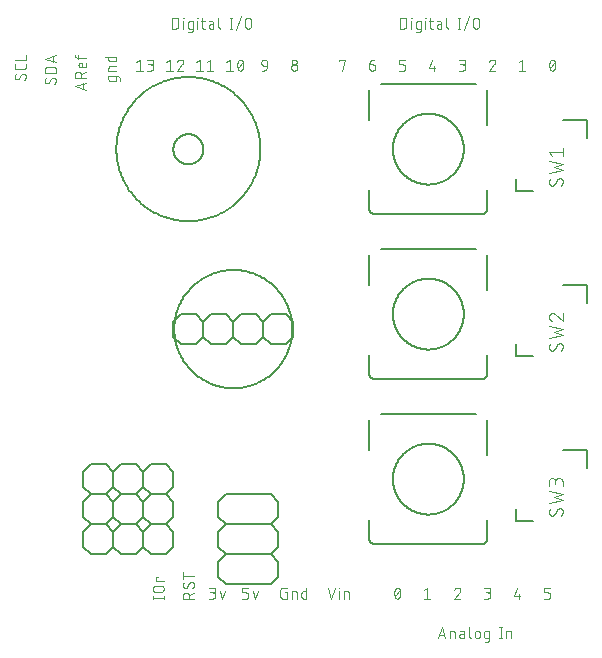
<source format=gto>
G75*
%MOIN*%
%OFA0B0*%
%FSLAX25Y25*%
%IPPOS*%
%LPD*%
%AMOC8*
5,1,8,0,0,1.08239X$1,22.5*
%
%ADD10C,0.00600*%
%ADD11C,0.00500*%
%ADD12C,0.00400*%
%ADD13C,0.00300*%
D10*
X0100000Y0037500D02*
X0102500Y0035000D01*
X0107500Y0035000D01*
X0110000Y0037500D01*
X0112500Y0035000D01*
X0117500Y0035000D01*
X0120000Y0037500D01*
X0122500Y0035000D01*
X0127500Y0035000D01*
X0130000Y0037500D01*
X0130000Y0042500D01*
X0127500Y0045000D01*
X0122500Y0045000D01*
X0120000Y0047500D01*
X0117500Y0045000D01*
X0112500Y0045000D01*
X0110000Y0047500D01*
X0107500Y0045000D01*
X0102500Y0045000D01*
X0100000Y0047500D01*
X0100000Y0052500D01*
X0102500Y0055000D01*
X0107500Y0055000D01*
X0110000Y0057500D01*
X0112500Y0055000D01*
X0117500Y0055000D01*
X0120000Y0057500D01*
X0122500Y0055000D01*
X0127500Y0055000D01*
X0130000Y0057500D01*
X0130000Y0062500D01*
X0127500Y0065000D01*
X0122500Y0065000D01*
X0120000Y0062500D01*
X0120000Y0057500D01*
X0117500Y0055000D02*
X0120000Y0052500D01*
X0122500Y0055000D01*
X0127500Y0055000D01*
X0130000Y0052500D01*
X0130000Y0047500D01*
X0127500Y0045000D01*
X0122500Y0045000D01*
X0120000Y0042500D01*
X0120000Y0037500D01*
X0120000Y0042500D02*
X0117500Y0045000D01*
X0112500Y0045000D01*
X0110000Y0042500D01*
X0110000Y0037500D01*
X0110000Y0042500D02*
X0107500Y0045000D01*
X0102500Y0045000D01*
X0100000Y0042500D01*
X0100000Y0037500D01*
X0110000Y0047500D02*
X0110000Y0052500D01*
X0112500Y0055000D01*
X0117500Y0055000D01*
X0120000Y0052500D02*
X0120000Y0047500D01*
X0110000Y0052500D02*
X0107500Y0055000D01*
X0102500Y0055000D01*
X0100000Y0057500D01*
X0100000Y0062500D01*
X0102500Y0065000D01*
X0107500Y0065000D01*
X0110000Y0062500D01*
X0112500Y0065000D01*
X0117500Y0065000D01*
X0120000Y0062500D01*
X0110000Y0062500D02*
X0110000Y0057500D01*
X0145000Y0052500D02*
X0145000Y0047500D01*
X0147500Y0045000D01*
X0162500Y0045000D01*
X0165000Y0042500D01*
X0165000Y0037500D01*
X0162500Y0035000D01*
X0165000Y0032500D01*
X0165000Y0027500D01*
X0162500Y0025000D01*
X0147500Y0025000D01*
X0145000Y0027500D01*
X0145000Y0032500D01*
X0147500Y0035000D01*
X0162500Y0035000D01*
X0162500Y0045000D02*
X0165000Y0047500D01*
X0165000Y0052500D01*
X0162500Y0055000D01*
X0147500Y0055000D01*
X0145000Y0052500D01*
X0147500Y0045000D02*
X0145000Y0042500D01*
X0145000Y0037500D01*
X0147500Y0035000D01*
X0147500Y0105000D02*
X0142500Y0105000D01*
X0140000Y0107500D01*
X0137500Y0105000D01*
X0132500Y0105000D01*
X0130000Y0107500D01*
X0130000Y0112500D01*
X0132500Y0115000D01*
X0137500Y0115000D01*
X0140000Y0112500D01*
X0142500Y0115000D01*
X0147500Y0115000D01*
X0150000Y0112500D01*
X0152500Y0115000D01*
X0157500Y0115000D01*
X0160000Y0112500D01*
X0162500Y0115000D01*
X0167500Y0115000D01*
X0170000Y0112500D01*
X0170000Y0107500D01*
X0167500Y0105000D01*
X0162500Y0105000D01*
X0160000Y0107500D01*
X0157500Y0105000D01*
X0152500Y0105000D01*
X0150000Y0107500D01*
X0150000Y0112500D01*
X0130315Y0110000D02*
X0130321Y0110483D01*
X0130339Y0110966D01*
X0130368Y0111448D01*
X0130410Y0111929D01*
X0130463Y0112410D01*
X0130528Y0112888D01*
X0130605Y0113365D01*
X0130693Y0113840D01*
X0130793Y0114313D01*
X0130905Y0114783D01*
X0131028Y0115250D01*
X0131163Y0115714D01*
X0131309Y0116175D01*
X0131466Y0116632D01*
X0131634Y0117085D01*
X0131813Y0117533D01*
X0132004Y0117977D01*
X0132205Y0118416D01*
X0132417Y0118851D01*
X0132639Y0119279D01*
X0132872Y0119703D01*
X0133116Y0120120D01*
X0133369Y0120531D01*
X0133633Y0120936D01*
X0133906Y0121335D01*
X0134189Y0121726D01*
X0134481Y0122111D01*
X0134783Y0122488D01*
X0135094Y0122858D01*
X0135414Y0123220D01*
X0135743Y0123574D01*
X0136081Y0123919D01*
X0136426Y0124257D01*
X0136780Y0124586D01*
X0137142Y0124906D01*
X0137512Y0125217D01*
X0137889Y0125519D01*
X0138274Y0125811D01*
X0138665Y0126094D01*
X0139064Y0126367D01*
X0139469Y0126631D01*
X0139880Y0126884D01*
X0140297Y0127128D01*
X0140721Y0127361D01*
X0141149Y0127583D01*
X0141584Y0127795D01*
X0142023Y0127996D01*
X0142467Y0128187D01*
X0142915Y0128366D01*
X0143368Y0128534D01*
X0143825Y0128691D01*
X0144286Y0128837D01*
X0144750Y0128972D01*
X0145217Y0129095D01*
X0145687Y0129207D01*
X0146160Y0129307D01*
X0146635Y0129395D01*
X0147112Y0129472D01*
X0147590Y0129537D01*
X0148071Y0129590D01*
X0148552Y0129632D01*
X0149034Y0129661D01*
X0149517Y0129679D01*
X0150000Y0129685D01*
X0150483Y0129679D01*
X0150966Y0129661D01*
X0151448Y0129632D01*
X0151929Y0129590D01*
X0152410Y0129537D01*
X0152888Y0129472D01*
X0153365Y0129395D01*
X0153840Y0129307D01*
X0154313Y0129207D01*
X0154783Y0129095D01*
X0155250Y0128972D01*
X0155714Y0128837D01*
X0156175Y0128691D01*
X0156632Y0128534D01*
X0157085Y0128366D01*
X0157533Y0128187D01*
X0157977Y0127996D01*
X0158416Y0127795D01*
X0158851Y0127583D01*
X0159279Y0127361D01*
X0159703Y0127128D01*
X0160120Y0126884D01*
X0160531Y0126631D01*
X0160936Y0126367D01*
X0161335Y0126094D01*
X0161726Y0125811D01*
X0162111Y0125519D01*
X0162488Y0125217D01*
X0162858Y0124906D01*
X0163220Y0124586D01*
X0163574Y0124257D01*
X0163919Y0123919D01*
X0164257Y0123574D01*
X0164586Y0123220D01*
X0164906Y0122858D01*
X0165217Y0122488D01*
X0165519Y0122111D01*
X0165811Y0121726D01*
X0166094Y0121335D01*
X0166367Y0120936D01*
X0166631Y0120531D01*
X0166884Y0120120D01*
X0167128Y0119703D01*
X0167361Y0119279D01*
X0167583Y0118851D01*
X0167795Y0118416D01*
X0167996Y0117977D01*
X0168187Y0117533D01*
X0168366Y0117085D01*
X0168534Y0116632D01*
X0168691Y0116175D01*
X0168837Y0115714D01*
X0168972Y0115250D01*
X0169095Y0114783D01*
X0169207Y0114313D01*
X0169307Y0113840D01*
X0169395Y0113365D01*
X0169472Y0112888D01*
X0169537Y0112410D01*
X0169590Y0111929D01*
X0169632Y0111448D01*
X0169661Y0110966D01*
X0169679Y0110483D01*
X0169685Y0110000D01*
X0169679Y0109517D01*
X0169661Y0109034D01*
X0169632Y0108552D01*
X0169590Y0108071D01*
X0169537Y0107590D01*
X0169472Y0107112D01*
X0169395Y0106635D01*
X0169307Y0106160D01*
X0169207Y0105687D01*
X0169095Y0105217D01*
X0168972Y0104750D01*
X0168837Y0104286D01*
X0168691Y0103825D01*
X0168534Y0103368D01*
X0168366Y0102915D01*
X0168187Y0102467D01*
X0167996Y0102023D01*
X0167795Y0101584D01*
X0167583Y0101149D01*
X0167361Y0100721D01*
X0167128Y0100297D01*
X0166884Y0099880D01*
X0166631Y0099469D01*
X0166367Y0099064D01*
X0166094Y0098665D01*
X0165811Y0098274D01*
X0165519Y0097889D01*
X0165217Y0097512D01*
X0164906Y0097142D01*
X0164586Y0096780D01*
X0164257Y0096426D01*
X0163919Y0096081D01*
X0163574Y0095743D01*
X0163220Y0095414D01*
X0162858Y0095094D01*
X0162488Y0094783D01*
X0162111Y0094481D01*
X0161726Y0094189D01*
X0161335Y0093906D01*
X0160936Y0093633D01*
X0160531Y0093369D01*
X0160120Y0093116D01*
X0159703Y0092872D01*
X0159279Y0092639D01*
X0158851Y0092417D01*
X0158416Y0092205D01*
X0157977Y0092004D01*
X0157533Y0091813D01*
X0157085Y0091634D01*
X0156632Y0091466D01*
X0156175Y0091309D01*
X0155714Y0091163D01*
X0155250Y0091028D01*
X0154783Y0090905D01*
X0154313Y0090793D01*
X0153840Y0090693D01*
X0153365Y0090605D01*
X0152888Y0090528D01*
X0152410Y0090463D01*
X0151929Y0090410D01*
X0151448Y0090368D01*
X0150966Y0090339D01*
X0150483Y0090321D01*
X0150000Y0090315D01*
X0149517Y0090321D01*
X0149034Y0090339D01*
X0148552Y0090368D01*
X0148071Y0090410D01*
X0147590Y0090463D01*
X0147112Y0090528D01*
X0146635Y0090605D01*
X0146160Y0090693D01*
X0145687Y0090793D01*
X0145217Y0090905D01*
X0144750Y0091028D01*
X0144286Y0091163D01*
X0143825Y0091309D01*
X0143368Y0091466D01*
X0142915Y0091634D01*
X0142467Y0091813D01*
X0142023Y0092004D01*
X0141584Y0092205D01*
X0141149Y0092417D01*
X0140721Y0092639D01*
X0140297Y0092872D01*
X0139880Y0093116D01*
X0139469Y0093369D01*
X0139064Y0093633D01*
X0138665Y0093906D01*
X0138274Y0094189D01*
X0137889Y0094481D01*
X0137512Y0094783D01*
X0137142Y0095094D01*
X0136780Y0095414D01*
X0136426Y0095743D01*
X0136081Y0096081D01*
X0135743Y0096426D01*
X0135414Y0096780D01*
X0135094Y0097142D01*
X0134783Y0097512D01*
X0134481Y0097889D01*
X0134189Y0098274D01*
X0133906Y0098665D01*
X0133633Y0099064D01*
X0133369Y0099469D01*
X0133116Y0099880D01*
X0132872Y0100297D01*
X0132639Y0100721D01*
X0132417Y0101149D01*
X0132205Y0101584D01*
X0132004Y0102023D01*
X0131813Y0102467D01*
X0131634Y0102915D01*
X0131466Y0103368D01*
X0131309Y0103825D01*
X0131163Y0104286D01*
X0131028Y0104750D01*
X0130905Y0105217D01*
X0130793Y0105687D01*
X0130693Y0106160D01*
X0130605Y0106635D01*
X0130528Y0107112D01*
X0130463Y0107590D01*
X0130410Y0108071D01*
X0130368Y0108552D01*
X0130339Y0109034D01*
X0130321Y0109517D01*
X0130315Y0110000D01*
X0140000Y0107500D02*
X0140000Y0112500D01*
X0147500Y0105000D02*
X0150000Y0107500D01*
X0160000Y0107500D02*
X0160000Y0112500D01*
X0130000Y0170000D02*
X0130002Y0170141D01*
X0130008Y0170282D01*
X0130018Y0170422D01*
X0130032Y0170562D01*
X0130050Y0170702D01*
X0130071Y0170841D01*
X0130097Y0170980D01*
X0130126Y0171118D01*
X0130160Y0171254D01*
X0130197Y0171390D01*
X0130238Y0171525D01*
X0130283Y0171659D01*
X0130332Y0171791D01*
X0130384Y0171922D01*
X0130440Y0172051D01*
X0130500Y0172178D01*
X0130563Y0172304D01*
X0130629Y0172428D01*
X0130700Y0172551D01*
X0130773Y0172671D01*
X0130850Y0172789D01*
X0130930Y0172905D01*
X0131014Y0173018D01*
X0131100Y0173129D01*
X0131190Y0173238D01*
X0131283Y0173344D01*
X0131378Y0173447D01*
X0131477Y0173548D01*
X0131578Y0173646D01*
X0131682Y0173741D01*
X0131789Y0173833D01*
X0131898Y0173922D01*
X0132010Y0174007D01*
X0132124Y0174090D01*
X0132240Y0174170D01*
X0132359Y0174246D01*
X0132480Y0174318D01*
X0132602Y0174388D01*
X0132727Y0174453D01*
X0132853Y0174516D01*
X0132981Y0174574D01*
X0133111Y0174629D01*
X0133242Y0174681D01*
X0133375Y0174728D01*
X0133509Y0174772D01*
X0133644Y0174813D01*
X0133780Y0174849D01*
X0133917Y0174881D01*
X0134055Y0174910D01*
X0134193Y0174935D01*
X0134333Y0174955D01*
X0134473Y0174972D01*
X0134613Y0174985D01*
X0134754Y0174994D01*
X0134894Y0174999D01*
X0135035Y0175000D01*
X0135176Y0174997D01*
X0135317Y0174990D01*
X0135457Y0174979D01*
X0135597Y0174964D01*
X0135737Y0174945D01*
X0135876Y0174923D01*
X0136014Y0174896D01*
X0136152Y0174866D01*
X0136288Y0174831D01*
X0136424Y0174793D01*
X0136558Y0174751D01*
X0136692Y0174705D01*
X0136824Y0174656D01*
X0136954Y0174602D01*
X0137083Y0174545D01*
X0137210Y0174485D01*
X0137336Y0174421D01*
X0137459Y0174353D01*
X0137581Y0174282D01*
X0137701Y0174208D01*
X0137818Y0174130D01*
X0137933Y0174049D01*
X0138046Y0173965D01*
X0138157Y0173878D01*
X0138265Y0173787D01*
X0138370Y0173694D01*
X0138473Y0173597D01*
X0138573Y0173498D01*
X0138670Y0173396D01*
X0138764Y0173291D01*
X0138855Y0173184D01*
X0138943Y0173074D01*
X0139028Y0172962D01*
X0139110Y0172847D01*
X0139189Y0172730D01*
X0139264Y0172611D01*
X0139336Y0172490D01*
X0139404Y0172367D01*
X0139469Y0172242D01*
X0139531Y0172115D01*
X0139588Y0171986D01*
X0139643Y0171856D01*
X0139693Y0171725D01*
X0139740Y0171592D01*
X0139783Y0171458D01*
X0139822Y0171322D01*
X0139857Y0171186D01*
X0139889Y0171049D01*
X0139916Y0170911D01*
X0139940Y0170772D01*
X0139960Y0170632D01*
X0139976Y0170492D01*
X0139988Y0170352D01*
X0139996Y0170211D01*
X0140000Y0170070D01*
X0140000Y0169930D01*
X0139996Y0169789D01*
X0139988Y0169648D01*
X0139976Y0169508D01*
X0139960Y0169368D01*
X0139940Y0169228D01*
X0139916Y0169089D01*
X0139889Y0168951D01*
X0139857Y0168814D01*
X0139822Y0168678D01*
X0139783Y0168542D01*
X0139740Y0168408D01*
X0139693Y0168275D01*
X0139643Y0168144D01*
X0139588Y0168014D01*
X0139531Y0167885D01*
X0139469Y0167758D01*
X0139404Y0167633D01*
X0139336Y0167510D01*
X0139264Y0167389D01*
X0139189Y0167270D01*
X0139110Y0167153D01*
X0139028Y0167038D01*
X0138943Y0166926D01*
X0138855Y0166816D01*
X0138764Y0166709D01*
X0138670Y0166604D01*
X0138573Y0166502D01*
X0138473Y0166403D01*
X0138370Y0166306D01*
X0138265Y0166213D01*
X0138157Y0166122D01*
X0138046Y0166035D01*
X0137933Y0165951D01*
X0137818Y0165870D01*
X0137701Y0165792D01*
X0137581Y0165718D01*
X0137459Y0165647D01*
X0137336Y0165579D01*
X0137210Y0165515D01*
X0137083Y0165455D01*
X0136954Y0165398D01*
X0136824Y0165344D01*
X0136692Y0165295D01*
X0136558Y0165249D01*
X0136424Y0165207D01*
X0136288Y0165169D01*
X0136152Y0165134D01*
X0136014Y0165104D01*
X0135876Y0165077D01*
X0135737Y0165055D01*
X0135597Y0165036D01*
X0135457Y0165021D01*
X0135317Y0165010D01*
X0135176Y0165003D01*
X0135035Y0165000D01*
X0134894Y0165001D01*
X0134754Y0165006D01*
X0134613Y0165015D01*
X0134473Y0165028D01*
X0134333Y0165045D01*
X0134193Y0165065D01*
X0134055Y0165090D01*
X0133917Y0165119D01*
X0133780Y0165151D01*
X0133644Y0165187D01*
X0133509Y0165228D01*
X0133375Y0165272D01*
X0133242Y0165319D01*
X0133111Y0165371D01*
X0132981Y0165426D01*
X0132853Y0165484D01*
X0132727Y0165547D01*
X0132602Y0165612D01*
X0132480Y0165682D01*
X0132359Y0165754D01*
X0132240Y0165830D01*
X0132124Y0165910D01*
X0132010Y0165993D01*
X0131898Y0166078D01*
X0131789Y0166167D01*
X0131682Y0166259D01*
X0131578Y0166354D01*
X0131477Y0166452D01*
X0131378Y0166553D01*
X0131283Y0166656D01*
X0131190Y0166762D01*
X0131100Y0166871D01*
X0131014Y0166982D01*
X0130930Y0167095D01*
X0130850Y0167211D01*
X0130773Y0167329D01*
X0130700Y0167449D01*
X0130629Y0167572D01*
X0130563Y0167696D01*
X0130500Y0167822D01*
X0130440Y0167949D01*
X0130384Y0168078D01*
X0130332Y0168209D01*
X0130283Y0168341D01*
X0130238Y0168475D01*
X0130197Y0168610D01*
X0130160Y0168746D01*
X0130126Y0168882D01*
X0130097Y0169020D01*
X0130071Y0169159D01*
X0130050Y0169298D01*
X0130032Y0169438D01*
X0130018Y0169578D01*
X0130008Y0169718D01*
X0130002Y0169859D01*
X0130000Y0170000D01*
X0111000Y0170000D02*
X0111007Y0170589D01*
X0111029Y0171178D01*
X0111065Y0171766D01*
X0111116Y0172352D01*
X0111180Y0172938D01*
X0111260Y0173522D01*
X0111353Y0174103D01*
X0111461Y0174682D01*
X0111583Y0175258D01*
X0111719Y0175832D01*
X0111869Y0176401D01*
X0112033Y0176967D01*
X0112211Y0177528D01*
X0112403Y0178085D01*
X0112608Y0178637D01*
X0112827Y0179184D01*
X0113059Y0179726D01*
X0113304Y0180261D01*
X0113563Y0180791D01*
X0113834Y0181314D01*
X0114118Y0181830D01*
X0114415Y0182338D01*
X0114724Y0182840D01*
X0115045Y0183334D01*
X0115378Y0183819D01*
X0115723Y0184297D01*
X0116080Y0184766D01*
X0116448Y0185225D01*
X0116827Y0185676D01*
X0117217Y0186117D01*
X0117618Y0186549D01*
X0118029Y0186971D01*
X0118451Y0187382D01*
X0118883Y0187783D01*
X0119324Y0188173D01*
X0119775Y0188552D01*
X0120234Y0188920D01*
X0120703Y0189277D01*
X0121181Y0189622D01*
X0121666Y0189955D01*
X0122160Y0190276D01*
X0122662Y0190585D01*
X0123170Y0190882D01*
X0123686Y0191166D01*
X0124209Y0191437D01*
X0124739Y0191696D01*
X0125274Y0191941D01*
X0125816Y0192173D01*
X0126363Y0192392D01*
X0126915Y0192597D01*
X0127472Y0192789D01*
X0128033Y0192967D01*
X0128599Y0193131D01*
X0129168Y0193281D01*
X0129742Y0193417D01*
X0130318Y0193539D01*
X0130897Y0193647D01*
X0131478Y0193740D01*
X0132062Y0193820D01*
X0132648Y0193884D01*
X0133234Y0193935D01*
X0133822Y0193971D01*
X0134411Y0193993D01*
X0135000Y0194000D01*
X0135589Y0193993D01*
X0136178Y0193971D01*
X0136766Y0193935D01*
X0137352Y0193884D01*
X0137938Y0193820D01*
X0138522Y0193740D01*
X0139103Y0193647D01*
X0139682Y0193539D01*
X0140258Y0193417D01*
X0140832Y0193281D01*
X0141401Y0193131D01*
X0141967Y0192967D01*
X0142528Y0192789D01*
X0143085Y0192597D01*
X0143637Y0192392D01*
X0144184Y0192173D01*
X0144726Y0191941D01*
X0145261Y0191696D01*
X0145791Y0191437D01*
X0146314Y0191166D01*
X0146830Y0190882D01*
X0147338Y0190585D01*
X0147840Y0190276D01*
X0148334Y0189955D01*
X0148819Y0189622D01*
X0149297Y0189277D01*
X0149766Y0188920D01*
X0150225Y0188552D01*
X0150676Y0188173D01*
X0151117Y0187783D01*
X0151549Y0187382D01*
X0151971Y0186971D01*
X0152382Y0186549D01*
X0152783Y0186117D01*
X0153173Y0185676D01*
X0153552Y0185225D01*
X0153920Y0184766D01*
X0154277Y0184297D01*
X0154622Y0183819D01*
X0154955Y0183334D01*
X0155276Y0182840D01*
X0155585Y0182338D01*
X0155882Y0181830D01*
X0156166Y0181314D01*
X0156437Y0180791D01*
X0156696Y0180261D01*
X0156941Y0179726D01*
X0157173Y0179184D01*
X0157392Y0178637D01*
X0157597Y0178085D01*
X0157789Y0177528D01*
X0157967Y0176967D01*
X0158131Y0176401D01*
X0158281Y0175832D01*
X0158417Y0175258D01*
X0158539Y0174682D01*
X0158647Y0174103D01*
X0158740Y0173522D01*
X0158820Y0172938D01*
X0158884Y0172352D01*
X0158935Y0171766D01*
X0158971Y0171178D01*
X0158993Y0170589D01*
X0159000Y0170000D01*
X0158993Y0169411D01*
X0158971Y0168822D01*
X0158935Y0168234D01*
X0158884Y0167648D01*
X0158820Y0167062D01*
X0158740Y0166478D01*
X0158647Y0165897D01*
X0158539Y0165318D01*
X0158417Y0164742D01*
X0158281Y0164168D01*
X0158131Y0163599D01*
X0157967Y0163033D01*
X0157789Y0162472D01*
X0157597Y0161915D01*
X0157392Y0161363D01*
X0157173Y0160816D01*
X0156941Y0160274D01*
X0156696Y0159739D01*
X0156437Y0159209D01*
X0156166Y0158686D01*
X0155882Y0158170D01*
X0155585Y0157662D01*
X0155276Y0157160D01*
X0154955Y0156666D01*
X0154622Y0156181D01*
X0154277Y0155703D01*
X0153920Y0155234D01*
X0153552Y0154775D01*
X0153173Y0154324D01*
X0152783Y0153883D01*
X0152382Y0153451D01*
X0151971Y0153029D01*
X0151549Y0152618D01*
X0151117Y0152217D01*
X0150676Y0151827D01*
X0150225Y0151448D01*
X0149766Y0151080D01*
X0149297Y0150723D01*
X0148819Y0150378D01*
X0148334Y0150045D01*
X0147840Y0149724D01*
X0147338Y0149415D01*
X0146830Y0149118D01*
X0146314Y0148834D01*
X0145791Y0148563D01*
X0145261Y0148304D01*
X0144726Y0148059D01*
X0144184Y0147827D01*
X0143637Y0147608D01*
X0143085Y0147403D01*
X0142528Y0147211D01*
X0141967Y0147033D01*
X0141401Y0146869D01*
X0140832Y0146719D01*
X0140258Y0146583D01*
X0139682Y0146461D01*
X0139103Y0146353D01*
X0138522Y0146260D01*
X0137938Y0146180D01*
X0137352Y0146116D01*
X0136766Y0146065D01*
X0136178Y0146029D01*
X0135589Y0146007D01*
X0135000Y0146000D01*
X0134411Y0146007D01*
X0133822Y0146029D01*
X0133234Y0146065D01*
X0132648Y0146116D01*
X0132062Y0146180D01*
X0131478Y0146260D01*
X0130897Y0146353D01*
X0130318Y0146461D01*
X0129742Y0146583D01*
X0129168Y0146719D01*
X0128599Y0146869D01*
X0128033Y0147033D01*
X0127472Y0147211D01*
X0126915Y0147403D01*
X0126363Y0147608D01*
X0125816Y0147827D01*
X0125274Y0148059D01*
X0124739Y0148304D01*
X0124209Y0148563D01*
X0123686Y0148834D01*
X0123170Y0149118D01*
X0122662Y0149415D01*
X0122160Y0149724D01*
X0121666Y0150045D01*
X0121181Y0150378D01*
X0120703Y0150723D01*
X0120234Y0151080D01*
X0119775Y0151448D01*
X0119324Y0151827D01*
X0118883Y0152217D01*
X0118451Y0152618D01*
X0118029Y0153029D01*
X0117618Y0153451D01*
X0117217Y0153883D01*
X0116827Y0154324D01*
X0116448Y0154775D01*
X0116080Y0155234D01*
X0115723Y0155703D01*
X0115378Y0156181D01*
X0115045Y0156666D01*
X0114724Y0157160D01*
X0114415Y0157662D01*
X0114118Y0158170D01*
X0113834Y0158686D01*
X0113563Y0159209D01*
X0113304Y0159739D01*
X0113059Y0160274D01*
X0112827Y0160816D01*
X0112608Y0161363D01*
X0112403Y0161915D01*
X0112211Y0162472D01*
X0112033Y0163033D01*
X0111869Y0163599D01*
X0111719Y0164168D01*
X0111583Y0164742D01*
X0111461Y0165318D01*
X0111353Y0165897D01*
X0111260Y0166478D01*
X0111180Y0167062D01*
X0111116Y0167648D01*
X0111065Y0168234D01*
X0111029Y0168822D01*
X0111007Y0169411D01*
X0111000Y0170000D01*
D11*
X0195315Y0179843D02*
X0195315Y0189685D01*
X0199252Y0191654D02*
X0230748Y0191654D01*
X0234685Y0189685D02*
X0234685Y0177874D01*
X0203189Y0170000D02*
X0203193Y0170290D01*
X0203203Y0170580D01*
X0203221Y0170869D01*
X0203246Y0171158D01*
X0203278Y0171446D01*
X0203317Y0171733D01*
X0203363Y0172019D01*
X0203416Y0172304D01*
X0203476Y0172588D01*
X0203543Y0172870D01*
X0203617Y0173150D01*
X0203698Y0173429D01*
X0203785Y0173705D01*
X0203879Y0173979D01*
X0203980Y0174251D01*
X0204088Y0174520D01*
X0204202Y0174786D01*
X0204323Y0175050D01*
X0204450Y0175310D01*
X0204584Y0175568D01*
X0204723Y0175822D01*
X0204869Y0176072D01*
X0205021Y0176319D01*
X0205180Y0176562D01*
X0205344Y0176801D01*
X0205513Y0177036D01*
X0205689Y0177267D01*
X0205870Y0177493D01*
X0206057Y0177715D01*
X0206249Y0177932D01*
X0206446Y0178144D01*
X0206648Y0178352D01*
X0206856Y0178554D01*
X0207068Y0178751D01*
X0207285Y0178943D01*
X0207507Y0179130D01*
X0207733Y0179311D01*
X0207964Y0179487D01*
X0208199Y0179656D01*
X0208438Y0179820D01*
X0208681Y0179979D01*
X0208928Y0180131D01*
X0209178Y0180277D01*
X0209432Y0180416D01*
X0209690Y0180550D01*
X0209950Y0180677D01*
X0210214Y0180798D01*
X0210480Y0180912D01*
X0210749Y0181020D01*
X0211021Y0181121D01*
X0211295Y0181215D01*
X0211571Y0181302D01*
X0211850Y0181383D01*
X0212130Y0181457D01*
X0212412Y0181524D01*
X0212696Y0181584D01*
X0212981Y0181637D01*
X0213267Y0181683D01*
X0213554Y0181722D01*
X0213842Y0181754D01*
X0214131Y0181779D01*
X0214420Y0181797D01*
X0214710Y0181807D01*
X0215000Y0181811D01*
X0215290Y0181807D01*
X0215580Y0181797D01*
X0215869Y0181779D01*
X0216158Y0181754D01*
X0216446Y0181722D01*
X0216733Y0181683D01*
X0217019Y0181637D01*
X0217304Y0181584D01*
X0217588Y0181524D01*
X0217870Y0181457D01*
X0218150Y0181383D01*
X0218429Y0181302D01*
X0218705Y0181215D01*
X0218979Y0181121D01*
X0219251Y0181020D01*
X0219520Y0180912D01*
X0219786Y0180798D01*
X0220050Y0180677D01*
X0220310Y0180550D01*
X0220568Y0180416D01*
X0220822Y0180277D01*
X0221072Y0180131D01*
X0221319Y0179979D01*
X0221562Y0179820D01*
X0221801Y0179656D01*
X0222036Y0179487D01*
X0222267Y0179311D01*
X0222493Y0179130D01*
X0222715Y0178943D01*
X0222932Y0178751D01*
X0223144Y0178554D01*
X0223352Y0178352D01*
X0223554Y0178144D01*
X0223751Y0177932D01*
X0223943Y0177715D01*
X0224130Y0177493D01*
X0224311Y0177267D01*
X0224487Y0177036D01*
X0224656Y0176801D01*
X0224820Y0176562D01*
X0224979Y0176319D01*
X0225131Y0176072D01*
X0225277Y0175822D01*
X0225416Y0175568D01*
X0225550Y0175310D01*
X0225677Y0175050D01*
X0225798Y0174786D01*
X0225912Y0174520D01*
X0226020Y0174251D01*
X0226121Y0173979D01*
X0226215Y0173705D01*
X0226302Y0173429D01*
X0226383Y0173150D01*
X0226457Y0172870D01*
X0226524Y0172588D01*
X0226584Y0172304D01*
X0226637Y0172019D01*
X0226683Y0171733D01*
X0226722Y0171446D01*
X0226754Y0171158D01*
X0226779Y0170869D01*
X0226797Y0170580D01*
X0226807Y0170290D01*
X0226811Y0170000D01*
X0226807Y0169710D01*
X0226797Y0169420D01*
X0226779Y0169131D01*
X0226754Y0168842D01*
X0226722Y0168554D01*
X0226683Y0168267D01*
X0226637Y0167981D01*
X0226584Y0167696D01*
X0226524Y0167412D01*
X0226457Y0167130D01*
X0226383Y0166850D01*
X0226302Y0166571D01*
X0226215Y0166295D01*
X0226121Y0166021D01*
X0226020Y0165749D01*
X0225912Y0165480D01*
X0225798Y0165214D01*
X0225677Y0164950D01*
X0225550Y0164690D01*
X0225416Y0164432D01*
X0225277Y0164178D01*
X0225131Y0163928D01*
X0224979Y0163681D01*
X0224820Y0163438D01*
X0224656Y0163199D01*
X0224487Y0162964D01*
X0224311Y0162733D01*
X0224130Y0162507D01*
X0223943Y0162285D01*
X0223751Y0162068D01*
X0223554Y0161856D01*
X0223352Y0161648D01*
X0223144Y0161446D01*
X0222932Y0161249D01*
X0222715Y0161057D01*
X0222493Y0160870D01*
X0222267Y0160689D01*
X0222036Y0160513D01*
X0221801Y0160344D01*
X0221562Y0160180D01*
X0221319Y0160021D01*
X0221072Y0159869D01*
X0220822Y0159723D01*
X0220568Y0159584D01*
X0220310Y0159450D01*
X0220050Y0159323D01*
X0219786Y0159202D01*
X0219520Y0159088D01*
X0219251Y0158980D01*
X0218979Y0158879D01*
X0218705Y0158785D01*
X0218429Y0158698D01*
X0218150Y0158617D01*
X0217870Y0158543D01*
X0217588Y0158476D01*
X0217304Y0158416D01*
X0217019Y0158363D01*
X0216733Y0158317D01*
X0216446Y0158278D01*
X0216158Y0158246D01*
X0215869Y0158221D01*
X0215580Y0158203D01*
X0215290Y0158193D01*
X0215000Y0158189D01*
X0214710Y0158193D01*
X0214420Y0158203D01*
X0214131Y0158221D01*
X0213842Y0158246D01*
X0213554Y0158278D01*
X0213267Y0158317D01*
X0212981Y0158363D01*
X0212696Y0158416D01*
X0212412Y0158476D01*
X0212130Y0158543D01*
X0211850Y0158617D01*
X0211571Y0158698D01*
X0211295Y0158785D01*
X0211021Y0158879D01*
X0210749Y0158980D01*
X0210480Y0159088D01*
X0210214Y0159202D01*
X0209950Y0159323D01*
X0209690Y0159450D01*
X0209432Y0159584D01*
X0209178Y0159723D01*
X0208928Y0159869D01*
X0208681Y0160021D01*
X0208438Y0160180D01*
X0208199Y0160344D01*
X0207964Y0160513D01*
X0207733Y0160689D01*
X0207507Y0160870D01*
X0207285Y0161057D01*
X0207068Y0161249D01*
X0206856Y0161446D01*
X0206648Y0161648D01*
X0206446Y0161856D01*
X0206249Y0162068D01*
X0206057Y0162285D01*
X0205870Y0162507D01*
X0205689Y0162733D01*
X0205513Y0162964D01*
X0205344Y0163199D01*
X0205180Y0163438D01*
X0205021Y0163681D01*
X0204869Y0163928D01*
X0204723Y0164178D01*
X0204584Y0164432D01*
X0204450Y0164690D01*
X0204323Y0164950D01*
X0204202Y0165214D01*
X0204088Y0165480D01*
X0203980Y0165749D01*
X0203879Y0166021D01*
X0203785Y0166295D01*
X0203698Y0166571D01*
X0203617Y0166850D01*
X0203543Y0167130D01*
X0203476Y0167412D01*
X0203416Y0167696D01*
X0203363Y0167981D01*
X0203317Y0168267D01*
X0203278Y0168554D01*
X0203246Y0168842D01*
X0203221Y0169131D01*
X0203203Y0169420D01*
X0203193Y0169710D01*
X0203189Y0170000D01*
X0195315Y0156220D02*
X0195315Y0150315D01*
X0195314Y0150315D02*
X0195316Y0150229D01*
X0195321Y0150143D01*
X0195331Y0150058D01*
X0195344Y0149973D01*
X0195361Y0149889D01*
X0195381Y0149805D01*
X0195405Y0149723D01*
X0195433Y0149642D01*
X0195464Y0149561D01*
X0195498Y0149483D01*
X0195536Y0149406D01*
X0195578Y0149331D01*
X0195622Y0149257D01*
X0195670Y0149186D01*
X0195721Y0149116D01*
X0195775Y0149049D01*
X0195831Y0148985D01*
X0195891Y0148923D01*
X0195953Y0148863D01*
X0196017Y0148807D01*
X0196084Y0148753D01*
X0196154Y0148702D01*
X0196225Y0148654D01*
X0196299Y0148610D01*
X0196374Y0148568D01*
X0196451Y0148530D01*
X0196529Y0148496D01*
X0196610Y0148465D01*
X0196691Y0148437D01*
X0196773Y0148413D01*
X0196857Y0148393D01*
X0196941Y0148376D01*
X0197026Y0148363D01*
X0197111Y0148353D01*
X0197197Y0148348D01*
X0197283Y0148346D01*
X0232717Y0148346D01*
X0232803Y0148348D01*
X0232889Y0148353D01*
X0232974Y0148363D01*
X0233059Y0148376D01*
X0233143Y0148393D01*
X0233227Y0148413D01*
X0233309Y0148437D01*
X0233390Y0148465D01*
X0233471Y0148496D01*
X0233549Y0148530D01*
X0233626Y0148568D01*
X0233702Y0148610D01*
X0233775Y0148654D01*
X0233846Y0148702D01*
X0233916Y0148753D01*
X0233983Y0148807D01*
X0234047Y0148863D01*
X0234109Y0148923D01*
X0234169Y0148985D01*
X0234225Y0149049D01*
X0234279Y0149116D01*
X0234330Y0149186D01*
X0234378Y0149257D01*
X0234422Y0149331D01*
X0234464Y0149406D01*
X0234502Y0149483D01*
X0234536Y0149561D01*
X0234567Y0149642D01*
X0234595Y0149723D01*
X0234619Y0149805D01*
X0234639Y0149889D01*
X0234656Y0149973D01*
X0234669Y0150058D01*
X0234679Y0150143D01*
X0234684Y0150229D01*
X0234686Y0150315D01*
X0234685Y0150315D02*
X0234685Y0156220D01*
X0244300Y0156150D02*
X0244300Y0160000D01*
X0244300Y0156150D02*
X0250000Y0156150D01*
X0267950Y0173650D02*
X0267950Y0179750D01*
X0260000Y0179750D01*
X0267950Y0179750D02*
X0267950Y0179751D01*
X0230748Y0136654D02*
X0199252Y0136654D01*
X0195315Y0134685D02*
X0195315Y0124843D01*
X0203189Y0115000D02*
X0203193Y0115290D01*
X0203203Y0115580D01*
X0203221Y0115869D01*
X0203246Y0116158D01*
X0203278Y0116446D01*
X0203317Y0116733D01*
X0203363Y0117019D01*
X0203416Y0117304D01*
X0203476Y0117588D01*
X0203543Y0117870D01*
X0203617Y0118150D01*
X0203698Y0118429D01*
X0203785Y0118705D01*
X0203879Y0118979D01*
X0203980Y0119251D01*
X0204088Y0119520D01*
X0204202Y0119786D01*
X0204323Y0120050D01*
X0204450Y0120310D01*
X0204584Y0120568D01*
X0204723Y0120822D01*
X0204869Y0121072D01*
X0205021Y0121319D01*
X0205180Y0121562D01*
X0205344Y0121801D01*
X0205513Y0122036D01*
X0205689Y0122267D01*
X0205870Y0122493D01*
X0206057Y0122715D01*
X0206249Y0122932D01*
X0206446Y0123144D01*
X0206648Y0123352D01*
X0206856Y0123554D01*
X0207068Y0123751D01*
X0207285Y0123943D01*
X0207507Y0124130D01*
X0207733Y0124311D01*
X0207964Y0124487D01*
X0208199Y0124656D01*
X0208438Y0124820D01*
X0208681Y0124979D01*
X0208928Y0125131D01*
X0209178Y0125277D01*
X0209432Y0125416D01*
X0209690Y0125550D01*
X0209950Y0125677D01*
X0210214Y0125798D01*
X0210480Y0125912D01*
X0210749Y0126020D01*
X0211021Y0126121D01*
X0211295Y0126215D01*
X0211571Y0126302D01*
X0211850Y0126383D01*
X0212130Y0126457D01*
X0212412Y0126524D01*
X0212696Y0126584D01*
X0212981Y0126637D01*
X0213267Y0126683D01*
X0213554Y0126722D01*
X0213842Y0126754D01*
X0214131Y0126779D01*
X0214420Y0126797D01*
X0214710Y0126807D01*
X0215000Y0126811D01*
X0215290Y0126807D01*
X0215580Y0126797D01*
X0215869Y0126779D01*
X0216158Y0126754D01*
X0216446Y0126722D01*
X0216733Y0126683D01*
X0217019Y0126637D01*
X0217304Y0126584D01*
X0217588Y0126524D01*
X0217870Y0126457D01*
X0218150Y0126383D01*
X0218429Y0126302D01*
X0218705Y0126215D01*
X0218979Y0126121D01*
X0219251Y0126020D01*
X0219520Y0125912D01*
X0219786Y0125798D01*
X0220050Y0125677D01*
X0220310Y0125550D01*
X0220568Y0125416D01*
X0220822Y0125277D01*
X0221072Y0125131D01*
X0221319Y0124979D01*
X0221562Y0124820D01*
X0221801Y0124656D01*
X0222036Y0124487D01*
X0222267Y0124311D01*
X0222493Y0124130D01*
X0222715Y0123943D01*
X0222932Y0123751D01*
X0223144Y0123554D01*
X0223352Y0123352D01*
X0223554Y0123144D01*
X0223751Y0122932D01*
X0223943Y0122715D01*
X0224130Y0122493D01*
X0224311Y0122267D01*
X0224487Y0122036D01*
X0224656Y0121801D01*
X0224820Y0121562D01*
X0224979Y0121319D01*
X0225131Y0121072D01*
X0225277Y0120822D01*
X0225416Y0120568D01*
X0225550Y0120310D01*
X0225677Y0120050D01*
X0225798Y0119786D01*
X0225912Y0119520D01*
X0226020Y0119251D01*
X0226121Y0118979D01*
X0226215Y0118705D01*
X0226302Y0118429D01*
X0226383Y0118150D01*
X0226457Y0117870D01*
X0226524Y0117588D01*
X0226584Y0117304D01*
X0226637Y0117019D01*
X0226683Y0116733D01*
X0226722Y0116446D01*
X0226754Y0116158D01*
X0226779Y0115869D01*
X0226797Y0115580D01*
X0226807Y0115290D01*
X0226811Y0115000D01*
X0226807Y0114710D01*
X0226797Y0114420D01*
X0226779Y0114131D01*
X0226754Y0113842D01*
X0226722Y0113554D01*
X0226683Y0113267D01*
X0226637Y0112981D01*
X0226584Y0112696D01*
X0226524Y0112412D01*
X0226457Y0112130D01*
X0226383Y0111850D01*
X0226302Y0111571D01*
X0226215Y0111295D01*
X0226121Y0111021D01*
X0226020Y0110749D01*
X0225912Y0110480D01*
X0225798Y0110214D01*
X0225677Y0109950D01*
X0225550Y0109690D01*
X0225416Y0109432D01*
X0225277Y0109178D01*
X0225131Y0108928D01*
X0224979Y0108681D01*
X0224820Y0108438D01*
X0224656Y0108199D01*
X0224487Y0107964D01*
X0224311Y0107733D01*
X0224130Y0107507D01*
X0223943Y0107285D01*
X0223751Y0107068D01*
X0223554Y0106856D01*
X0223352Y0106648D01*
X0223144Y0106446D01*
X0222932Y0106249D01*
X0222715Y0106057D01*
X0222493Y0105870D01*
X0222267Y0105689D01*
X0222036Y0105513D01*
X0221801Y0105344D01*
X0221562Y0105180D01*
X0221319Y0105021D01*
X0221072Y0104869D01*
X0220822Y0104723D01*
X0220568Y0104584D01*
X0220310Y0104450D01*
X0220050Y0104323D01*
X0219786Y0104202D01*
X0219520Y0104088D01*
X0219251Y0103980D01*
X0218979Y0103879D01*
X0218705Y0103785D01*
X0218429Y0103698D01*
X0218150Y0103617D01*
X0217870Y0103543D01*
X0217588Y0103476D01*
X0217304Y0103416D01*
X0217019Y0103363D01*
X0216733Y0103317D01*
X0216446Y0103278D01*
X0216158Y0103246D01*
X0215869Y0103221D01*
X0215580Y0103203D01*
X0215290Y0103193D01*
X0215000Y0103189D01*
X0214710Y0103193D01*
X0214420Y0103203D01*
X0214131Y0103221D01*
X0213842Y0103246D01*
X0213554Y0103278D01*
X0213267Y0103317D01*
X0212981Y0103363D01*
X0212696Y0103416D01*
X0212412Y0103476D01*
X0212130Y0103543D01*
X0211850Y0103617D01*
X0211571Y0103698D01*
X0211295Y0103785D01*
X0211021Y0103879D01*
X0210749Y0103980D01*
X0210480Y0104088D01*
X0210214Y0104202D01*
X0209950Y0104323D01*
X0209690Y0104450D01*
X0209432Y0104584D01*
X0209178Y0104723D01*
X0208928Y0104869D01*
X0208681Y0105021D01*
X0208438Y0105180D01*
X0208199Y0105344D01*
X0207964Y0105513D01*
X0207733Y0105689D01*
X0207507Y0105870D01*
X0207285Y0106057D01*
X0207068Y0106249D01*
X0206856Y0106446D01*
X0206648Y0106648D01*
X0206446Y0106856D01*
X0206249Y0107068D01*
X0206057Y0107285D01*
X0205870Y0107507D01*
X0205689Y0107733D01*
X0205513Y0107964D01*
X0205344Y0108199D01*
X0205180Y0108438D01*
X0205021Y0108681D01*
X0204869Y0108928D01*
X0204723Y0109178D01*
X0204584Y0109432D01*
X0204450Y0109690D01*
X0204323Y0109950D01*
X0204202Y0110214D01*
X0204088Y0110480D01*
X0203980Y0110749D01*
X0203879Y0111021D01*
X0203785Y0111295D01*
X0203698Y0111571D01*
X0203617Y0111850D01*
X0203543Y0112130D01*
X0203476Y0112412D01*
X0203416Y0112696D01*
X0203363Y0112981D01*
X0203317Y0113267D01*
X0203278Y0113554D01*
X0203246Y0113842D01*
X0203221Y0114131D01*
X0203203Y0114420D01*
X0203193Y0114710D01*
X0203189Y0115000D01*
X0195315Y0101220D02*
X0195315Y0095315D01*
X0195314Y0095315D02*
X0195316Y0095229D01*
X0195321Y0095143D01*
X0195331Y0095058D01*
X0195344Y0094973D01*
X0195361Y0094889D01*
X0195381Y0094805D01*
X0195405Y0094723D01*
X0195433Y0094642D01*
X0195464Y0094561D01*
X0195498Y0094483D01*
X0195536Y0094406D01*
X0195578Y0094331D01*
X0195622Y0094257D01*
X0195670Y0094186D01*
X0195721Y0094116D01*
X0195775Y0094049D01*
X0195831Y0093985D01*
X0195891Y0093923D01*
X0195953Y0093863D01*
X0196017Y0093807D01*
X0196084Y0093753D01*
X0196154Y0093702D01*
X0196225Y0093654D01*
X0196299Y0093610D01*
X0196374Y0093568D01*
X0196451Y0093530D01*
X0196529Y0093496D01*
X0196610Y0093465D01*
X0196691Y0093437D01*
X0196773Y0093413D01*
X0196857Y0093393D01*
X0196941Y0093376D01*
X0197026Y0093363D01*
X0197111Y0093353D01*
X0197197Y0093348D01*
X0197283Y0093346D01*
X0232717Y0093346D01*
X0232803Y0093348D01*
X0232889Y0093353D01*
X0232974Y0093363D01*
X0233059Y0093376D01*
X0233143Y0093393D01*
X0233227Y0093413D01*
X0233309Y0093437D01*
X0233390Y0093465D01*
X0233471Y0093496D01*
X0233549Y0093530D01*
X0233626Y0093568D01*
X0233702Y0093610D01*
X0233775Y0093654D01*
X0233846Y0093702D01*
X0233916Y0093753D01*
X0233983Y0093807D01*
X0234047Y0093863D01*
X0234109Y0093923D01*
X0234169Y0093985D01*
X0234225Y0094049D01*
X0234279Y0094116D01*
X0234330Y0094186D01*
X0234378Y0094257D01*
X0234422Y0094331D01*
X0234464Y0094406D01*
X0234502Y0094483D01*
X0234536Y0094561D01*
X0234567Y0094642D01*
X0234595Y0094723D01*
X0234619Y0094805D01*
X0234639Y0094889D01*
X0234656Y0094973D01*
X0234669Y0095058D01*
X0234679Y0095143D01*
X0234684Y0095229D01*
X0234686Y0095315D01*
X0234685Y0095315D02*
X0234685Y0101220D01*
X0244300Y0101150D02*
X0244300Y0105000D01*
X0244300Y0101150D02*
X0250000Y0101150D01*
X0267950Y0118650D02*
X0267950Y0124750D01*
X0260000Y0124750D01*
X0267950Y0124750D02*
X0267950Y0124751D01*
X0234685Y0122874D02*
X0234685Y0134685D01*
X0230748Y0081654D02*
X0199252Y0081654D01*
X0195315Y0079685D02*
X0195315Y0069843D01*
X0203189Y0060000D02*
X0203193Y0060290D01*
X0203203Y0060580D01*
X0203221Y0060869D01*
X0203246Y0061158D01*
X0203278Y0061446D01*
X0203317Y0061733D01*
X0203363Y0062019D01*
X0203416Y0062304D01*
X0203476Y0062588D01*
X0203543Y0062870D01*
X0203617Y0063150D01*
X0203698Y0063429D01*
X0203785Y0063705D01*
X0203879Y0063979D01*
X0203980Y0064251D01*
X0204088Y0064520D01*
X0204202Y0064786D01*
X0204323Y0065050D01*
X0204450Y0065310D01*
X0204584Y0065568D01*
X0204723Y0065822D01*
X0204869Y0066072D01*
X0205021Y0066319D01*
X0205180Y0066562D01*
X0205344Y0066801D01*
X0205513Y0067036D01*
X0205689Y0067267D01*
X0205870Y0067493D01*
X0206057Y0067715D01*
X0206249Y0067932D01*
X0206446Y0068144D01*
X0206648Y0068352D01*
X0206856Y0068554D01*
X0207068Y0068751D01*
X0207285Y0068943D01*
X0207507Y0069130D01*
X0207733Y0069311D01*
X0207964Y0069487D01*
X0208199Y0069656D01*
X0208438Y0069820D01*
X0208681Y0069979D01*
X0208928Y0070131D01*
X0209178Y0070277D01*
X0209432Y0070416D01*
X0209690Y0070550D01*
X0209950Y0070677D01*
X0210214Y0070798D01*
X0210480Y0070912D01*
X0210749Y0071020D01*
X0211021Y0071121D01*
X0211295Y0071215D01*
X0211571Y0071302D01*
X0211850Y0071383D01*
X0212130Y0071457D01*
X0212412Y0071524D01*
X0212696Y0071584D01*
X0212981Y0071637D01*
X0213267Y0071683D01*
X0213554Y0071722D01*
X0213842Y0071754D01*
X0214131Y0071779D01*
X0214420Y0071797D01*
X0214710Y0071807D01*
X0215000Y0071811D01*
X0215290Y0071807D01*
X0215580Y0071797D01*
X0215869Y0071779D01*
X0216158Y0071754D01*
X0216446Y0071722D01*
X0216733Y0071683D01*
X0217019Y0071637D01*
X0217304Y0071584D01*
X0217588Y0071524D01*
X0217870Y0071457D01*
X0218150Y0071383D01*
X0218429Y0071302D01*
X0218705Y0071215D01*
X0218979Y0071121D01*
X0219251Y0071020D01*
X0219520Y0070912D01*
X0219786Y0070798D01*
X0220050Y0070677D01*
X0220310Y0070550D01*
X0220568Y0070416D01*
X0220822Y0070277D01*
X0221072Y0070131D01*
X0221319Y0069979D01*
X0221562Y0069820D01*
X0221801Y0069656D01*
X0222036Y0069487D01*
X0222267Y0069311D01*
X0222493Y0069130D01*
X0222715Y0068943D01*
X0222932Y0068751D01*
X0223144Y0068554D01*
X0223352Y0068352D01*
X0223554Y0068144D01*
X0223751Y0067932D01*
X0223943Y0067715D01*
X0224130Y0067493D01*
X0224311Y0067267D01*
X0224487Y0067036D01*
X0224656Y0066801D01*
X0224820Y0066562D01*
X0224979Y0066319D01*
X0225131Y0066072D01*
X0225277Y0065822D01*
X0225416Y0065568D01*
X0225550Y0065310D01*
X0225677Y0065050D01*
X0225798Y0064786D01*
X0225912Y0064520D01*
X0226020Y0064251D01*
X0226121Y0063979D01*
X0226215Y0063705D01*
X0226302Y0063429D01*
X0226383Y0063150D01*
X0226457Y0062870D01*
X0226524Y0062588D01*
X0226584Y0062304D01*
X0226637Y0062019D01*
X0226683Y0061733D01*
X0226722Y0061446D01*
X0226754Y0061158D01*
X0226779Y0060869D01*
X0226797Y0060580D01*
X0226807Y0060290D01*
X0226811Y0060000D01*
X0226807Y0059710D01*
X0226797Y0059420D01*
X0226779Y0059131D01*
X0226754Y0058842D01*
X0226722Y0058554D01*
X0226683Y0058267D01*
X0226637Y0057981D01*
X0226584Y0057696D01*
X0226524Y0057412D01*
X0226457Y0057130D01*
X0226383Y0056850D01*
X0226302Y0056571D01*
X0226215Y0056295D01*
X0226121Y0056021D01*
X0226020Y0055749D01*
X0225912Y0055480D01*
X0225798Y0055214D01*
X0225677Y0054950D01*
X0225550Y0054690D01*
X0225416Y0054432D01*
X0225277Y0054178D01*
X0225131Y0053928D01*
X0224979Y0053681D01*
X0224820Y0053438D01*
X0224656Y0053199D01*
X0224487Y0052964D01*
X0224311Y0052733D01*
X0224130Y0052507D01*
X0223943Y0052285D01*
X0223751Y0052068D01*
X0223554Y0051856D01*
X0223352Y0051648D01*
X0223144Y0051446D01*
X0222932Y0051249D01*
X0222715Y0051057D01*
X0222493Y0050870D01*
X0222267Y0050689D01*
X0222036Y0050513D01*
X0221801Y0050344D01*
X0221562Y0050180D01*
X0221319Y0050021D01*
X0221072Y0049869D01*
X0220822Y0049723D01*
X0220568Y0049584D01*
X0220310Y0049450D01*
X0220050Y0049323D01*
X0219786Y0049202D01*
X0219520Y0049088D01*
X0219251Y0048980D01*
X0218979Y0048879D01*
X0218705Y0048785D01*
X0218429Y0048698D01*
X0218150Y0048617D01*
X0217870Y0048543D01*
X0217588Y0048476D01*
X0217304Y0048416D01*
X0217019Y0048363D01*
X0216733Y0048317D01*
X0216446Y0048278D01*
X0216158Y0048246D01*
X0215869Y0048221D01*
X0215580Y0048203D01*
X0215290Y0048193D01*
X0215000Y0048189D01*
X0214710Y0048193D01*
X0214420Y0048203D01*
X0214131Y0048221D01*
X0213842Y0048246D01*
X0213554Y0048278D01*
X0213267Y0048317D01*
X0212981Y0048363D01*
X0212696Y0048416D01*
X0212412Y0048476D01*
X0212130Y0048543D01*
X0211850Y0048617D01*
X0211571Y0048698D01*
X0211295Y0048785D01*
X0211021Y0048879D01*
X0210749Y0048980D01*
X0210480Y0049088D01*
X0210214Y0049202D01*
X0209950Y0049323D01*
X0209690Y0049450D01*
X0209432Y0049584D01*
X0209178Y0049723D01*
X0208928Y0049869D01*
X0208681Y0050021D01*
X0208438Y0050180D01*
X0208199Y0050344D01*
X0207964Y0050513D01*
X0207733Y0050689D01*
X0207507Y0050870D01*
X0207285Y0051057D01*
X0207068Y0051249D01*
X0206856Y0051446D01*
X0206648Y0051648D01*
X0206446Y0051856D01*
X0206249Y0052068D01*
X0206057Y0052285D01*
X0205870Y0052507D01*
X0205689Y0052733D01*
X0205513Y0052964D01*
X0205344Y0053199D01*
X0205180Y0053438D01*
X0205021Y0053681D01*
X0204869Y0053928D01*
X0204723Y0054178D01*
X0204584Y0054432D01*
X0204450Y0054690D01*
X0204323Y0054950D01*
X0204202Y0055214D01*
X0204088Y0055480D01*
X0203980Y0055749D01*
X0203879Y0056021D01*
X0203785Y0056295D01*
X0203698Y0056571D01*
X0203617Y0056850D01*
X0203543Y0057130D01*
X0203476Y0057412D01*
X0203416Y0057696D01*
X0203363Y0057981D01*
X0203317Y0058267D01*
X0203278Y0058554D01*
X0203246Y0058842D01*
X0203221Y0059131D01*
X0203203Y0059420D01*
X0203193Y0059710D01*
X0203189Y0060000D01*
X0195315Y0046220D02*
X0195315Y0040315D01*
X0195314Y0040315D02*
X0195316Y0040229D01*
X0195321Y0040143D01*
X0195331Y0040058D01*
X0195344Y0039973D01*
X0195361Y0039889D01*
X0195381Y0039805D01*
X0195405Y0039723D01*
X0195433Y0039642D01*
X0195464Y0039561D01*
X0195498Y0039483D01*
X0195536Y0039406D01*
X0195578Y0039331D01*
X0195622Y0039257D01*
X0195670Y0039186D01*
X0195721Y0039116D01*
X0195775Y0039049D01*
X0195831Y0038985D01*
X0195891Y0038923D01*
X0195953Y0038863D01*
X0196017Y0038807D01*
X0196084Y0038753D01*
X0196154Y0038702D01*
X0196225Y0038654D01*
X0196299Y0038610D01*
X0196374Y0038568D01*
X0196451Y0038530D01*
X0196529Y0038496D01*
X0196610Y0038465D01*
X0196691Y0038437D01*
X0196773Y0038413D01*
X0196857Y0038393D01*
X0196941Y0038376D01*
X0197026Y0038363D01*
X0197111Y0038353D01*
X0197197Y0038348D01*
X0197283Y0038346D01*
X0232717Y0038346D01*
X0232803Y0038348D01*
X0232889Y0038353D01*
X0232974Y0038363D01*
X0233059Y0038376D01*
X0233143Y0038393D01*
X0233227Y0038413D01*
X0233309Y0038437D01*
X0233390Y0038465D01*
X0233471Y0038496D01*
X0233549Y0038530D01*
X0233626Y0038568D01*
X0233702Y0038610D01*
X0233775Y0038654D01*
X0233846Y0038702D01*
X0233916Y0038753D01*
X0233983Y0038807D01*
X0234047Y0038863D01*
X0234109Y0038923D01*
X0234169Y0038985D01*
X0234225Y0039049D01*
X0234279Y0039116D01*
X0234330Y0039186D01*
X0234378Y0039257D01*
X0234422Y0039331D01*
X0234464Y0039406D01*
X0234502Y0039483D01*
X0234536Y0039561D01*
X0234567Y0039642D01*
X0234595Y0039723D01*
X0234619Y0039805D01*
X0234639Y0039889D01*
X0234656Y0039973D01*
X0234669Y0040058D01*
X0234679Y0040143D01*
X0234684Y0040229D01*
X0234686Y0040315D01*
X0234685Y0040315D02*
X0234685Y0046220D01*
X0244300Y0046150D02*
X0244300Y0050000D01*
X0244300Y0046150D02*
X0250000Y0046150D01*
X0267950Y0063650D02*
X0267950Y0069750D01*
X0260000Y0069750D01*
X0267950Y0069750D02*
X0267950Y0069751D01*
X0234685Y0067874D02*
X0234685Y0079685D01*
D12*
X0255200Y0059283D02*
X0255200Y0057750D01*
X0255200Y0055972D02*
X0259800Y0054950D01*
X0256733Y0053928D01*
X0259800Y0052906D01*
X0255200Y0051883D01*
X0257116Y0048339D02*
X0257082Y0048285D01*
X0257045Y0048234D01*
X0257005Y0048185D01*
X0256962Y0048138D01*
X0256916Y0048095D01*
X0256868Y0048054D01*
X0256817Y0048016D01*
X0256764Y0047981D01*
X0256709Y0047949D01*
X0256652Y0047921D01*
X0256594Y0047897D01*
X0256534Y0047876D01*
X0256473Y0047859D01*
X0256411Y0047845D01*
X0256348Y0047836D01*
X0256285Y0047830D01*
X0256222Y0047828D01*
X0256160Y0047830D01*
X0256099Y0047835D01*
X0256038Y0047845D01*
X0255977Y0047858D01*
X0255918Y0047874D01*
X0255860Y0047894D01*
X0255803Y0047918D01*
X0255747Y0047945D01*
X0255693Y0047975D01*
X0255641Y0048009D01*
X0255592Y0048045D01*
X0255544Y0048085D01*
X0255499Y0048127D01*
X0255457Y0048172D01*
X0255417Y0048220D01*
X0255381Y0048269D01*
X0255347Y0048321D01*
X0255317Y0048375D01*
X0255290Y0048431D01*
X0255266Y0048488D01*
X0255246Y0048546D01*
X0255230Y0048605D01*
X0255217Y0048666D01*
X0255207Y0048727D01*
X0255202Y0048788D01*
X0255200Y0048850D01*
X0255202Y0048932D01*
X0255207Y0049014D01*
X0255216Y0049096D01*
X0255228Y0049177D01*
X0255244Y0049258D01*
X0255263Y0049338D01*
X0255286Y0049417D01*
X0255312Y0049495D01*
X0255341Y0049572D01*
X0255374Y0049647D01*
X0255410Y0049721D01*
X0255448Y0049794D01*
X0255490Y0049865D01*
X0255535Y0049933D01*
X0255583Y0050000D01*
X0259161Y0047700D02*
X0259224Y0047764D01*
X0259283Y0047832D01*
X0259340Y0047901D01*
X0259394Y0047973D01*
X0259445Y0048047D01*
X0259493Y0048123D01*
X0259537Y0048200D01*
X0259578Y0048280D01*
X0259616Y0048361D01*
X0259651Y0048444D01*
X0259682Y0048528D01*
X0259709Y0048614D01*
X0259733Y0048700D01*
X0259754Y0048788D01*
X0259770Y0048876D01*
X0259783Y0048965D01*
X0259793Y0049054D01*
X0259798Y0049143D01*
X0259800Y0049233D01*
X0259798Y0049295D01*
X0259793Y0049356D01*
X0259783Y0049417D01*
X0259770Y0049478D01*
X0259754Y0049537D01*
X0259734Y0049595D01*
X0259710Y0049652D01*
X0259683Y0049708D01*
X0259653Y0049762D01*
X0259619Y0049814D01*
X0259583Y0049863D01*
X0259543Y0049911D01*
X0259501Y0049956D01*
X0259456Y0049998D01*
X0259408Y0050038D01*
X0259359Y0050074D01*
X0259307Y0050108D01*
X0259253Y0050138D01*
X0259197Y0050165D01*
X0259140Y0050189D01*
X0259082Y0050209D01*
X0259023Y0050225D01*
X0258962Y0050238D01*
X0258901Y0050248D01*
X0258840Y0050253D01*
X0258778Y0050255D01*
X0257883Y0049744D02*
X0257117Y0048339D01*
X0257884Y0049744D02*
X0257918Y0049798D01*
X0257955Y0049849D01*
X0257995Y0049898D01*
X0258038Y0049945D01*
X0258084Y0049988D01*
X0258132Y0050029D01*
X0258183Y0050067D01*
X0258236Y0050102D01*
X0258291Y0050134D01*
X0258348Y0050162D01*
X0258406Y0050186D01*
X0258466Y0050207D01*
X0258527Y0050224D01*
X0258589Y0050238D01*
X0258652Y0050247D01*
X0258715Y0050253D01*
X0258778Y0050255D01*
X0259800Y0057750D02*
X0259800Y0059028D01*
X0259798Y0059098D01*
X0259792Y0059169D01*
X0259783Y0059238D01*
X0259769Y0059307D01*
X0259752Y0059376D01*
X0259731Y0059443D01*
X0259706Y0059509D01*
X0259678Y0059573D01*
X0259646Y0059636D01*
X0259611Y0059697D01*
X0259572Y0059756D01*
X0259531Y0059813D01*
X0259486Y0059867D01*
X0259438Y0059919D01*
X0259388Y0059968D01*
X0259334Y0060015D01*
X0259279Y0060058D01*
X0259221Y0060098D01*
X0259161Y0060135D01*
X0259099Y0060168D01*
X0259035Y0060198D01*
X0258970Y0060225D01*
X0258904Y0060248D01*
X0258836Y0060267D01*
X0258767Y0060282D01*
X0258698Y0060294D01*
X0258628Y0060302D01*
X0258557Y0060306D01*
X0258487Y0060306D01*
X0258416Y0060302D01*
X0258346Y0060294D01*
X0258277Y0060282D01*
X0258208Y0060267D01*
X0258140Y0060248D01*
X0258074Y0060225D01*
X0258009Y0060198D01*
X0257945Y0060168D01*
X0257883Y0060135D01*
X0257823Y0060098D01*
X0257765Y0060058D01*
X0257710Y0060015D01*
X0257656Y0059968D01*
X0257606Y0059919D01*
X0257558Y0059867D01*
X0257513Y0059813D01*
X0257472Y0059756D01*
X0257433Y0059697D01*
X0257398Y0059636D01*
X0257366Y0059573D01*
X0257338Y0059509D01*
X0257313Y0059443D01*
X0257292Y0059376D01*
X0257275Y0059307D01*
X0257261Y0059238D01*
X0257252Y0059169D01*
X0257246Y0059098D01*
X0257244Y0059028D01*
X0257244Y0059283D02*
X0257244Y0058261D01*
X0257244Y0059283D02*
X0257242Y0059346D01*
X0257236Y0059409D01*
X0257227Y0059471D01*
X0257213Y0059532D01*
X0257196Y0059593D01*
X0257175Y0059652D01*
X0257150Y0059710D01*
X0257122Y0059767D01*
X0257091Y0059821D01*
X0257056Y0059873D01*
X0257018Y0059924D01*
X0256977Y0059972D01*
X0256933Y0060017D01*
X0256887Y0060059D01*
X0256838Y0060099D01*
X0256787Y0060135D01*
X0256733Y0060168D01*
X0256678Y0060198D01*
X0256620Y0060224D01*
X0256562Y0060247D01*
X0256502Y0060266D01*
X0256441Y0060281D01*
X0256379Y0060293D01*
X0256316Y0060301D01*
X0256253Y0060305D01*
X0256191Y0060305D01*
X0256128Y0060301D01*
X0256065Y0060293D01*
X0256003Y0060281D01*
X0255942Y0060266D01*
X0255882Y0060247D01*
X0255824Y0060224D01*
X0255766Y0060198D01*
X0255711Y0060168D01*
X0255657Y0060135D01*
X0255606Y0060099D01*
X0255557Y0060059D01*
X0255511Y0060017D01*
X0255467Y0059972D01*
X0255426Y0059924D01*
X0255388Y0059873D01*
X0255353Y0059821D01*
X0255322Y0059767D01*
X0255294Y0059710D01*
X0255269Y0059652D01*
X0255248Y0059593D01*
X0255231Y0059532D01*
X0255217Y0059471D01*
X0255208Y0059409D01*
X0255202Y0059346D01*
X0255200Y0059283D01*
X0257117Y0103339D02*
X0257883Y0104744D01*
X0259800Y0104233D02*
X0259798Y0104143D01*
X0259793Y0104054D01*
X0259783Y0103965D01*
X0259770Y0103876D01*
X0259754Y0103788D01*
X0259733Y0103700D01*
X0259709Y0103614D01*
X0259682Y0103528D01*
X0259651Y0103444D01*
X0259616Y0103361D01*
X0259578Y0103280D01*
X0259537Y0103200D01*
X0259493Y0103123D01*
X0259445Y0103047D01*
X0259394Y0102973D01*
X0259340Y0102901D01*
X0259283Y0102832D01*
X0259224Y0102764D01*
X0259161Y0102700D01*
X0257884Y0104744D02*
X0257918Y0104798D01*
X0257955Y0104849D01*
X0257995Y0104898D01*
X0258038Y0104945D01*
X0258084Y0104988D01*
X0258132Y0105029D01*
X0258183Y0105067D01*
X0258236Y0105102D01*
X0258291Y0105134D01*
X0258348Y0105162D01*
X0258406Y0105186D01*
X0258466Y0105207D01*
X0258527Y0105224D01*
X0258589Y0105238D01*
X0258652Y0105247D01*
X0258715Y0105253D01*
X0258778Y0105255D01*
X0258840Y0105253D01*
X0258901Y0105248D01*
X0258962Y0105238D01*
X0259023Y0105225D01*
X0259082Y0105209D01*
X0259140Y0105189D01*
X0259197Y0105165D01*
X0259253Y0105138D01*
X0259307Y0105108D01*
X0259359Y0105074D01*
X0259408Y0105038D01*
X0259456Y0104998D01*
X0259501Y0104956D01*
X0259543Y0104911D01*
X0259583Y0104863D01*
X0259619Y0104814D01*
X0259653Y0104762D01*
X0259683Y0104708D01*
X0259710Y0104652D01*
X0259734Y0104595D01*
X0259754Y0104537D01*
X0259770Y0104478D01*
X0259783Y0104417D01*
X0259793Y0104356D01*
X0259798Y0104295D01*
X0259800Y0104233D01*
X0255583Y0105000D02*
X0255535Y0104933D01*
X0255490Y0104865D01*
X0255448Y0104794D01*
X0255410Y0104721D01*
X0255374Y0104647D01*
X0255341Y0104572D01*
X0255312Y0104495D01*
X0255286Y0104417D01*
X0255263Y0104338D01*
X0255244Y0104258D01*
X0255228Y0104177D01*
X0255216Y0104096D01*
X0255207Y0104014D01*
X0255202Y0103932D01*
X0255200Y0103850D01*
X0255202Y0103788D01*
X0255207Y0103727D01*
X0255217Y0103666D01*
X0255230Y0103605D01*
X0255246Y0103546D01*
X0255266Y0103488D01*
X0255290Y0103431D01*
X0255317Y0103375D01*
X0255347Y0103321D01*
X0255381Y0103269D01*
X0255417Y0103220D01*
X0255457Y0103172D01*
X0255499Y0103127D01*
X0255544Y0103085D01*
X0255592Y0103045D01*
X0255641Y0103009D01*
X0255693Y0102975D01*
X0255747Y0102945D01*
X0255803Y0102918D01*
X0255860Y0102894D01*
X0255918Y0102874D01*
X0255977Y0102858D01*
X0256038Y0102845D01*
X0256099Y0102835D01*
X0256160Y0102830D01*
X0256222Y0102828D01*
X0256285Y0102830D01*
X0256348Y0102836D01*
X0256411Y0102845D01*
X0256473Y0102859D01*
X0256534Y0102876D01*
X0256594Y0102897D01*
X0256652Y0102921D01*
X0256709Y0102949D01*
X0256764Y0102981D01*
X0256817Y0103016D01*
X0256868Y0103054D01*
X0256916Y0103095D01*
X0256962Y0103138D01*
X0257005Y0103185D01*
X0257045Y0103234D01*
X0257082Y0103285D01*
X0257116Y0103339D01*
X0255200Y0106883D02*
X0259800Y0107906D01*
X0256733Y0108928D01*
X0259800Y0109950D01*
X0255200Y0110972D01*
X0257244Y0114922D02*
X0257197Y0114969D01*
X0257147Y0115013D01*
X0257095Y0115055D01*
X0257041Y0115094D01*
X0256985Y0115129D01*
X0256927Y0115162D01*
X0256867Y0115192D01*
X0256806Y0115218D01*
X0256743Y0115241D01*
X0256679Y0115260D01*
X0256615Y0115276D01*
X0256549Y0115289D01*
X0256483Y0115298D01*
X0256417Y0115303D01*
X0256350Y0115305D01*
X0257244Y0114922D02*
X0259800Y0112750D01*
X0259800Y0115306D01*
X0256222Y0112751D02*
X0256152Y0112776D01*
X0256083Y0112804D01*
X0256016Y0112835D01*
X0255950Y0112870D01*
X0255887Y0112908D01*
X0255825Y0112950D01*
X0255765Y0112994D01*
X0255708Y0113041D01*
X0255653Y0113091D01*
X0255601Y0113144D01*
X0255551Y0113200D01*
X0255505Y0113257D01*
X0255461Y0113318D01*
X0255420Y0113380D01*
X0255383Y0113444D01*
X0255349Y0113510D01*
X0255318Y0113578D01*
X0255291Y0113647D01*
X0255267Y0113717D01*
X0255246Y0113788D01*
X0255230Y0113861D01*
X0255217Y0113934D01*
X0255207Y0114008D01*
X0255202Y0114082D01*
X0255200Y0114156D01*
X0255202Y0114223D01*
X0255208Y0114290D01*
X0255217Y0114356D01*
X0255231Y0114421D01*
X0255248Y0114486D01*
X0255269Y0114549D01*
X0255294Y0114611D01*
X0255322Y0114672D01*
X0255354Y0114731D01*
X0255389Y0114788D01*
X0255428Y0114843D01*
X0255469Y0114895D01*
X0255514Y0114945D01*
X0255561Y0114992D01*
X0255611Y0115037D01*
X0255663Y0115078D01*
X0255718Y0115117D01*
X0255775Y0115152D01*
X0255834Y0115184D01*
X0255895Y0115212D01*
X0255957Y0115237D01*
X0256020Y0115258D01*
X0256085Y0115275D01*
X0256150Y0115289D01*
X0256216Y0115298D01*
X0256283Y0115304D01*
X0256350Y0115306D01*
X0257117Y0158339D02*
X0257883Y0159744D01*
X0259800Y0159233D02*
X0259798Y0159143D01*
X0259793Y0159054D01*
X0259783Y0158965D01*
X0259770Y0158876D01*
X0259754Y0158788D01*
X0259733Y0158700D01*
X0259709Y0158614D01*
X0259682Y0158528D01*
X0259651Y0158444D01*
X0259616Y0158361D01*
X0259578Y0158280D01*
X0259537Y0158200D01*
X0259493Y0158123D01*
X0259445Y0158047D01*
X0259394Y0157973D01*
X0259340Y0157901D01*
X0259283Y0157832D01*
X0259224Y0157764D01*
X0259161Y0157700D01*
X0257884Y0159744D02*
X0257918Y0159798D01*
X0257955Y0159849D01*
X0257995Y0159898D01*
X0258038Y0159945D01*
X0258084Y0159988D01*
X0258132Y0160029D01*
X0258183Y0160067D01*
X0258236Y0160102D01*
X0258291Y0160134D01*
X0258348Y0160162D01*
X0258406Y0160186D01*
X0258466Y0160207D01*
X0258527Y0160224D01*
X0258589Y0160238D01*
X0258652Y0160247D01*
X0258715Y0160253D01*
X0258778Y0160255D01*
X0258840Y0160253D01*
X0258901Y0160248D01*
X0258962Y0160238D01*
X0259023Y0160225D01*
X0259082Y0160209D01*
X0259140Y0160189D01*
X0259197Y0160165D01*
X0259253Y0160138D01*
X0259307Y0160108D01*
X0259359Y0160074D01*
X0259408Y0160038D01*
X0259456Y0159998D01*
X0259501Y0159956D01*
X0259543Y0159911D01*
X0259583Y0159863D01*
X0259619Y0159814D01*
X0259653Y0159762D01*
X0259683Y0159708D01*
X0259710Y0159652D01*
X0259734Y0159595D01*
X0259754Y0159537D01*
X0259770Y0159478D01*
X0259783Y0159417D01*
X0259793Y0159356D01*
X0259798Y0159295D01*
X0259800Y0159233D01*
X0255583Y0160000D02*
X0255535Y0159933D01*
X0255490Y0159865D01*
X0255448Y0159794D01*
X0255410Y0159721D01*
X0255374Y0159647D01*
X0255341Y0159572D01*
X0255312Y0159495D01*
X0255286Y0159417D01*
X0255263Y0159338D01*
X0255244Y0159258D01*
X0255228Y0159177D01*
X0255216Y0159096D01*
X0255207Y0159014D01*
X0255202Y0158932D01*
X0255200Y0158850D01*
X0255202Y0158788D01*
X0255207Y0158727D01*
X0255217Y0158666D01*
X0255230Y0158605D01*
X0255246Y0158546D01*
X0255266Y0158488D01*
X0255290Y0158431D01*
X0255317Y0158375D01*
X0255347Y0158321D01*
X0255381Y0158269D01*
X0255417Y0158220D01*
X0255457Y0158172D01*
X0255499Y0158127D01*
X0255544Y0158085D01*
X0255592Y0158045D01*
X0255641Y0158009D01*
X0255693Y0157975D01*
X0255747Y0157945D01*
X0255803Y0157918D01*
X0255860Y0157894D01*
X0255918Y0157874D01*
X0255977Y0157858D01*
X0256038Y0157845D01*
X0256099Y0157835D01*
X0256160Y0157830D01*
X0256222Y0157828D01*
X0256285Y0157830D01*
X0256348Y0157836D01*
X0256411Y0157845D01*
X0256473Y0157859D01*
X0256534Y0157876D01*
X0256594Y0157897D01*
X0256652Y0157921D01*
X0256709Y0157949D01*
X0256764Y0157981D01*
X0256817Y0158016D01*
X0256868Y0158054D01*
X0256916Y0158095D01*
X0256962Y0158138D01*
X0257005Y0158185D01*
X0257045Y0158234D01*
X0257082Y0158285D01*
X0257116Y0158339D01*
X0255200Y0161883D02*
X0259800Y0162906D01*
X0256733Y0163928D01*
X0259800Y0164950D01*
X0255200Y0165972D01*
X0256222Y0167750D02*
X0255200Y0169028D01*
X0259800Y0169028D01*
X0259800Y0167750D02*
X0259800Y0170306D01*
D13*
X0247350Y0196150D02*
X0245294Y0196150D01*
X0246322Y0196150D02*
X0246322Y0199850D01*
X0245294Y0199028D01*
X0237350Y0196150D02*
X0235294Y0196150D01*
X0237042Y0198206D01*
X0236425Y0199850D02*
X0236357Y0199848D01*
X0236289Y0199842D01*
X0236222Y0199833D01*
X0236156Y0199819D01*
X0236090Y0199802D01*
X0236025Y0199781D01*
X0235962Y0199756D01*
X0235900Y0199728D01*
X0235840Y0199696D01*
X0235782Y0199661D01*
X0235726Y0199623D01*
X0235673Y0199581D01*
X0235621Y0199537D01*
X0235573Y0199489D01*
X0235527Y0199439D01*
X0235484Y0199387D01*
X0235444Y0199332D01*
X0235407Y0199275D01*
X0235374Y0199216D01*
X0235344Y0199155D01*
X0235318Y0199092D01*
X0235295Y0199028D01*
X0237042Y0198205D02*
X0237085Y0198249D01*
X0237126Y0198296D01*
X0237163Y0198345D01*
X0237198Y0198396D01*
X0237229Y0198450D01*
X0237257Y0198505D01*
X0237281Y0198562D01*
X0237302Y0198620D01*
X0237319Y0198680D01*
X0237333Y0198740D01*
X0237342Y0198801D01*
X0237348Y0198863D01*
X0237350Y0198925D01*
X0237348Y0198983D01*
X0237343Y0199041D01*
X0237334Y0199098D01*
X0237321Y0199155D01*
X0237305Y0199211D01*
X0237285Y0199266D01*
X0237262Y0199319D01*
X0237236Y0199371D01*
X0237206Y0199421D01*
X0237173Y0199469D01*
X0237138Y0199515D01*
X0237099Y0199558D01*
X0237058Y0199599D01*
X0237015Y0199638D01*
X0236969Y0199673D01*
X0236921Y0199706D01*
X0236871Y0199736D01*
X0236819Y0199762D01*
X0236766Y0199785D01*
X0236711Y0199805D01*
X0236655Y0199821D01*
X0236598Y0199834D01*
X0236541Y0199843D01*
X0236483Y0199848D01*
X0236425Y0199850D01*
X0226528Y0199850D02*
X0225294Y0199850D01*
X0226528Y0199850D02*
X0226584Y0199848D01*
X0226640Y0199842D01*
X0226695Y0199833D01*
X0226750Y0199820D01*
X0226803Y0199803D01*
X0226855Y0199782D01*
X0226906Y0199758D01*
X0226955Y0199730D01*
X0227002Y0199700D01*
X0227047Y0199666D01*
X0227089Y0199629D01*
X0227129Y0199589D01*
X0227166Y0199547D01*
X0227200Y0199502D01*
X0227230Y0199455D01*
X0227258Y0199406D01*
X0227282Y0199355D01*
X0227303Y0199303D01*
X0227320Y0199250D01*
X0227333Y0199195D01*
X0227342Y0199140D01*
X0227348Y0199084D01*
X0227350Y0199028D01*
X0227348Y0198972D01*
X0227342Y0198916D01*
X0227333Y0198861D01*
X0227320Y0198806D01*
X0227303Y0198753D01*
X0227282Y0198701D01*
X0227258Y0198650D01*
X0227230Y0198601D01*
X0227200Y0198554D01*
X0227166Y0198509D01*
X0227129Y0198467D01*
X0227089Y0198427D01*
X0227047Y0198390D01*
X0227002Y0198356D01*
X0226955Y0198326D01*
X0226906Y0198298D01*
X0226855Y0198274D01*
X0226803Y0198253D01*
X0226750Y0198236D01*
X0226695Y0198223D01*
X0226640Y0198214D01*
X0226584Y0198208D01*
X0226528Y0198206D01*
X0225706Y0198206D01*
X0226322Y0198206D02*
X0226385Y0198204D01*
X0226448Y0198198D01*
X0226511Y0198188D01*
X0226573Y0198175D01*
X0226634Y0198158D01*
X0226693Y0198137D01*
X0226752Y0198112D01*
X0226808Y0198084D01*
X0226863Y0198052D01*
X0226916Y0198017D01*
X0226966Y0197979D01*
X0227015Y0197938D01*
X0227060Y0197894D01*
X0227103Y0197847D01*
X0227142Y0197798D01*
X0227179Y0197746D01*
X0227212Y0197692D01*
X0227242Y0197636D01*
X0227269Y0197579D01*
X0227292Y0197520D01*
X0227311Y0197459D01*
X0227326Y0197398D01*
X0227338Y0197336D01*
X0227346Y0197273D01*
X0227350Y0197210D01*
X0227350Y0197146D01*
X0227346Y0197083D01*
X0227338Y0197020D01*
X0227326Y0196958D01*
X0227311Y0196897D01*
X0227292Y0196836D01*
X0227269Y0196777D01*
X0227242Y0196720D01*
X0227212Y0196664D01*
X0227179Y0196610D01*
X0227142Y0196558D01*
X0227103Y0196509D01*
X0227060Y0196462D01*
X0227015Y0196418D01*
X0226966Y0196377D01*
X0226916Y0196339D01*
X0226863Y0196304D01*
X0226808Y0196272D01*
X0226752Y0196244D01*
X0226693Y0196219D01*
X0226634Y0196198D01*
X0226573Y0196181D01*
X0226511Y0196168D01*
X0226448Y0196158D01*
X0226385Y0196152D01*
X0226322Y0196150D01*
X0225294Y0196150D01*
X0217350Y0196972D02*
X0215294Y0196972D01*
X0216117Y0199850D01*
X0216733Y0197794D02*
X0216733Y0196150D01*
X0207350Y0196972D02*
X0207350Y0197383D01*
X0207348Y0197439D01*
X0207342Y0197495D01*
X0207333Y0197550D01*
X0207320Y0197605D01*
X0207303Y0197658D01*
X0207282Y0197710D01*
X0207258Y0197761D01*
X0207230Y0197810D01*
X0207200Y0197857D01*
X0207166Y0197902D01*
X0207129Y0197944D01*
X0207089Y0197984D01*
X0207047Y0198021D01*
X0207002Y0198055D01*
X0206955Y0198085D01*
X0206906Y0198113D01*
X0206855Y0198137D01*
X0206803Y0198158D01*
X0206750Y0198175D01*
X0206695Y0198188D01*
X0206640Y0198197D01*
X0206584Y0198203D01*
X0206528Y0198205D01*
X0206528Y0198206D02*
X0205294Y0198206D01*
X0205294Y0199850D01*
X0207350Y0199850D01*
X0207350Y0196972D02*
X0207348Y0196916D01*
X0207342Y0196860D01*
X0207333Y0196805D01*
X0207320Y0196750D01*
X0207303Y0196697D01*
X0207282Y0196645D01*
X0207258Y0196594D01*
X0207230Y0196545D01*
X0207200Y0196498D01*
X0207166Y0196453D01*
X0207129Y0196411D01*
X0207089Y0196371D01*
X0207047Y0196334D01*
X0207002Y0196300D01*
X0206955Y0196270D01*
X0206906Y0196242D01*
X0206855Y0196218D01*
X0206803Y0196197D01*
X0206750Y0196180D01*
X0206695Y0196167D01*
X0206640Y0196158D01*
X0206584Y0196152D01*
X0206528Y0196150D01*
X0205294Y0196150D01*
X0197350Y0197178D02*
X0197350Y0197383D01*
X0197348Y0197439D01*
X0197342Y0197495D01*
X0197333Y0197550D01*
X0197320Y0197605D01*
X0197303Y0197658D01*
X0197282Y0197710D01*
X0197258Y0197761D01*
X0197230Y0197810D01*
X0197200Y0197857D01*
X0197166Y0197902D01*
X0197129Y0197944D01*
X0197089Y0197984D01*
X0197047Y0198021D01*
X0197002Y0198055D01*
X0196955Y0198085D01*
X0196906Y0198113D01*
X0196855Y0198137D01*
X0196803Y0198158D01*
X0196750Y0198175D01*
X0196695Y0198188D01*
X0196640Y0198197D01*
X0196584Y0198203D01*
X0196528Y0198205D01*
X0196528Y0198206D02*
X0195294Y0198206D01*
X0195294Y0197178D01*
X0195296Y0197115D01*
X0195302Y0197052D01*
X0195312Y0196989D01*
X0195325Y0196927D01*
X0195342Y0196866D01*
X0195363Y0196807D01*
X0195388Y0196748D01*
X0195416Y0196692D01*
X0195448Y0196637D01*
X0195483Y0196584D01*
X0195521Y0196534D01*
X0195562Y0196485D01*
X0195606Y0196440D01*
X0195653Y0196397D01*
X0195702Y0196358D01*
X0195754Y0196321D01*
X0195808Y0196288D01*
X0195864Y0196258D01*
X0195921Y0196231D01*
X0195980Y0196208D01*
X0196041Y0196189D01*
X0196102Y0196174D01*
X0196164Y0196162D01*
X0196227Y0196154D01*
X0196290Y0196150D01*
X0196354Y0196150D01*
X0196417Y0196154D01*
X0196480Y0196162D01*
X0196542Y0196174D01*
X0196603Y0196189D01*
X0196664Y0196208D01*
X0196723Y0196231D01*
X0196780Y0196258D01*
X0196836Y0196288D01*
X0196890Y0196321D01*
X0196942Y0196358D01*
X0196991Y0196397D01*
X0197038Y0196440D01*
X0197082Y0196485D01*
X0197123Y0196534D01*
X0197161Y0196584D01*
X0197196Y0196637D01*
X0197228Y0196692D01*
X0197256Y0196748D01*
X0197281Y0196807D01*
X0197302Y0196866D01*
X0197319Y0196927D01*
X0197332Y0196989D01*
X0197342Y0197052D01*
X0197348Y0197115D01*
X0197350Y0197178D01*
X0195295Y0198206D02*
X0195297Y0198287D01*
X0195303Y0198367D01*
X0195313Y0198447D01*
X0195327Y0198527D01*
X0195344Y0198605D01*
X0195366Y0198683D01*
X0195391Y0198760D01*
X0195420Y0198835D01*
X0195453Y0198909D01*
X0195489Y0198981D01*
X0195529Y0199051D01*
X0195572Y0199119D01*
X0195619Y0199185D01*
X0195668Y0199249D01*
X0195721Y0199310D01*
X0195777Y0199368D01*
X0195835Y0199424D01*
X0195896Y0199477D01*
X0195960Y0199526D01*
X0196026Y0199573D01*
X0196094Y0199616D01*
X0196164Y0199656D01*
X0196236Y0199692D01*
X0196310Y0199725D01*
X0196385Y0199754D01*
X0196462Y0199779D01*
X0196540Y0199801D01*
X0196618Y0199818D01*
X0196698Y0199832D01*
X0196778Y0199842D01*
X0196858Y0199848D01*
X0196939Y0199850D01*
X0187350Y0199850D02*
X0186322Y0196150D01*
X0185294Y0199439D02*
X0185294Y0199850D01*
X0187350Y0199850D01*
X0171144Y0199028D02*
X0171142Y0198972D01*
X0171136Y0198916D01*
X0171127Y0198861D01*
X0171114Y0198806D01*
X0171097Y0198753D01*
X0171076Y0198701D01*
X0171052Y0198650D01*
X0171024Y0198601D01*
X0170994Y0198554D01*
X0170960Y0198509D01*
X0170923Y0198467D01*
X0170883Y0198427D01*
X0170841Y0198390D01*
X0170796Y0198356D01*
X0170749Y0198326D01*
X0170700Y0198298D01*
X0170649Y0198274D01*
X0170597Y0198253D01*
X0170544Y0198236D01*
X0170489Y0198223D01*
X0170434Y0198214D01*
X0170378Y0198208D01*
X0170322Y0198206D01*
X0170266Y0198208D01*
X0170210Y0198214D01*
X0170155Y0198223D01*
X0170100Y0198236D01*
X0170047Y0198253D01*
X0169995Y0198274D01*
X0169944Y0198298D01*
X0169895Y0198326D01*
X0169848Y0198356D01*
X0169803Y0198390D01*
X0169761Y0198427D01*
X0169721Y0198467D01*
X0169684Y0198509D01*
X0169650Y0198554D01*
X0169620Y0198601D01*
X0169592Y0198650D01*
X0169568Y0198701D01*
X0169547Y0198753D01*
X0169530Y0198806D01*
X0169517Y0198861D01*
X0169508Y0198916D01*
X0169502Y0198972D01*
X0169500Y0199028D01*
X0169502Y0199084D01*
X0169508Y0199140D01*
X0169517Y0199195D01*
X0169530Y0199250D01*
X0169547Y0199303D01*
X0169568Y0199355D01*
X0169592Y0199406D01*
X0169620Y0199455D01*
X0169650Y0199502D01*
X0169684Y0199547D01*
X0169721Y0199589D01*
X0169761Y0199629D01*
X0169803Y0199666D01*
X0169848Y0199700D01*
X0169895Y0199730D01*
X0169944Y0199758D01*
X0169995Y0199782D01*
X0170047Y0199803D01*
X0170100Y0199820D01*
X0170155Y0199833D01*
X0170210Y0199842D01*
X0170266Y0199848D01*
X0170322Y0199850D01*
X0170378Y0199848D01*
X0170434Y0199842D01*
X0170489Y0199833D01*
X0170544Y0199820D01*
X0170597Y0199803D01*
X0170649Y0199782D01*
X0170700Y0199758D01*
X0170749Y0199730D01*
X0170796Y0199700D01*
X0170841Y0199666D01*
X0170883Y0199629D01*
X0170923Y0199589D01*
X0170960Y0199547D01*
X0170994Y0199502D01*
X0171024Y0199455D01*
X0171052Y0199406D01*
X0171076Y0199355D01*
X0171097Y0199303D01*
X0171114Y0199250D01*
X0171127Y0199195D01*
X0171136Y0199140D01*
X0171142Y0199084D01*
X0171144Y0199028D01*
X0171350Y0197178D02*
X0171348Y0197115D01*
X0171342Y0197052D01*
X0171332Y0196989D01*
X0171319Y0196927D01*
X0171302Y0196866D01*
X0171281Y0196807D01*
X0171256Y0196748D01*
X0171228Y0196692D01*
X0171196Y0196637D01*
X0171161Y0196584D01*
X0171123Y0196534D01*
X0171082Y0196485D01*
X0171038Y0196440D01*
X0170991Y0196397D01*
X0170942Y0196358D01*
X0170890Y0196321D01*
X0170836Y0196288D01*
X0170780Y0196258D01*
X0170723Y0196231D01*
X0170664Y0196208D01*
X0170603Y0196189D01*
X0170542Y0196174D01*
X0170480Y0196162D01*
X0170417Y0196154D01*
X0170354Y0196150D01*
X0170290Y0196150D01*
X0170227Y0196154D01*
X0170164Y0196162D01*
X0170102Y0196174D01*
X0170041Y0196189D01*
X0169980Y0196208D01*
X0169921Y0196231D01*
X0169864Y0196258D01*
X0169808Y0196288D01*
X0169754Y0196321D01*
X0169702Y0196358D01*
X0169653Y0196397D01*
X0169606Y0196440D01*
X0169562Y0196485D01*
X0169521Y0196534D01*
X0169483Y0196584D01*
X0169448Y0196637D01*
X0169416Y0196692D01*
X0169388Y0196748D01*
X0169363Y0196807D01*
X0169342Y0196866D01*
X0169325Y0196927D01*
X0169312Y0196989D01*
X0169302Y0197052D01*
X0169296Y0197115D01*
X0169294Y0197178D01*
X0169296Y0197241D01*
X0169302Y0197304D01*
X0169312Y0197367D01*
X0169325Y0197429D01*
X0169342Y0197490D01*
X0169363Y0197549D01*
X0169388Y0197608D01*
X0169416Y0197664D01*
X0169448Y0197719D01*
X0169483Y0197772D01*
X0169521Y0197822D01*
X0169562Y0197871D01*
X0169606Y0197916D01*
X0169653Y0197959D01*
X0169702Y0197998D01*
X0169754Y0198035D01*
X0169808Y0198068D01*
X0169864Y0198098D01*
X0169921Y0198125D01*
X0169980Y0198148D01*
X0170041Y0198167D01*
X0170102Y0198182D01*
X0170164Y0198194D01*
X0170227Y0198202D01*
X0170290Y0198206D01*
X0170354Y0198206D01*
X0170417Y0198202D01*
X0170480Y0198194D01*
X0170542Y0198182D01*
X0170603Y0198167D01*
X0170664Y0198148D01*
X0170723Y0198125D01*
X0170780Y0198098D01*
X0170836Y0198068D01*
X0170890Y0198035D01*
X0170942Y0197998D01*
X0170991Y0197959D01*
X0171038Y0197916D01*
X0171082Y0197871D01*
X0171123Y0197822D01*
X0171161Y0197772D01*
X0171196Y0197719D01*
X0171228Y0197664D01*
X0171256Y0197608D01*
X0171281Y0197549D01*
X0171302Y0197490D01*
X0171319Y0197429D01*
X0171332Y0197367D01*
X0171342Y0197304D01*
X0171348Y0197241D01*
X0171350Y0197178D01*
X0161350Y0197794D02*
X0161350Y0198822D01*
X0161350Y0197794D02*
X0160117Y0197794D01*
X0161350Y0197794D02*
X0161348Y0197716D01*
X0161343Y0197638D01*
X0161333Y0197560D01*
X0161320Y0197483D01*
X0161304Y0197406D01*
X0161283Y0197331D01*
X0161260Y0197256D01*
X0161232Y0197183D01*
X0161201Y0197111D01*
X0161167Y0197041D01*
X0161130Y0196972D01*
X0161089Y0196905D01*
X0161045Y0196840D01*
X0160998Y0196778D01*
X0160948Y0196717D01*
X0160896Y0196660D01*
X0160840Y0196604D01*
X0160783Y0196552D01*
X0160722Y0196502D01*
X0160660Y0196455D01*
X0160595Y0196411D01*
X0160528Y0196370D01*
X0160459Y0196333D01*
X0160389Y0196299D01*
X0160317Y0196268D01*
X0160244Y0196240D01*
X0160169Y0196217D01*
X0160094Y0196196D01*
X0160017Y0196180D01*
X0159940Y0196167D01*
X0159862Y0196157D01*
X0159784Y0196152D01*
X0159706Y0196150D01*
X0160117Y0197795D02*
X0160061Y0197797D01*
X0160005Y0197803D01*
X0159950Y0197812D01*
X0159895Y0197825D01*
X0159842Y0197842D01*
X0159790Y0197863D01*
X0159739Y0197887D01*
X0159690Y0197915D01*
X0159643Y0197945D01*
X0159598Y0197979D01*
X0159556Y0198016D01*
X0159516Y0198056D01*
X0159479Y0198098D01*
X0159445Y0198143D01*
X0159415Y0198190D01*
X0159387Y0198239D01*
X0159363Y0198290D01*
X0159342Y0198342D01*
X0159325Y0198395D01*
X0159312Y0198450D01*
X0159303Y0198505D01*
X0159297Y0198561D01*
X0159295Y0198617D01*
X0159294Y0198617D02*
X0159294Y0198822D01*
X0159296Y0198885D01*
X0159302Y0198948D01*
X0159312Y0199011D01*
X0159325Y0199073D01*
X0159342Y0199134D01*
X0159363Y0199193D01*
X0159388Y0199252D01*
X0159416Y0199308D01*
X0159448Y0199363D01*
X0159483Y0199416D01*
X0159521Y0199466D01*
X0159562Y0199515D01*
X0159606Y0199560D01*
X0159653Y0199603D01*
X0159702Y0199642D01*
X0159754Y0199679D01*
X0159808Y0199712D01*
X0159864Y0199742D01*
X0159921Y0199769D01*
X0159980Y0199792D01*
X0160041Y0199811D01*
X0160102Y0199826D01*
X0160164Y0199838D01*
X0160227Y0199846D01*
X0160290Y0199850D01*
X0160354Y0199850D01*
X0160417Y0199846D01*
X0160480Y0199838D01*
X0160542Y0199826D01*
X0160603Y0199811D01*
X0160664Y0199792D01*
X0160723Y0199769D01*
X0160780Y0199742D01*
X0160836Y0199712D01*
X0160890Y0199679D01*
X0160942Y0199642D01*
X0160991Y0199603D01*
X0161038Y0199560D01*
X0161082Y0199515D01*
X0161123Y0199466D01*
X0161161Y0199416D01*
X0161196Y0199363D01*
X0161228Y0199308D01*
X0161256Y0199252D01*
X0161281Y0199193D01*
X0161302Y0199134D01*
X0161319Y0199073D01*
X0161332Y0199011D01*
X0161342Y0198948D01*
X0161348Y0198885D01*
X0161350Y0198822D01*
X0151603Y0196664D02*
X0151558Y0196760D01*
X0151517Y0196858D01*
X0151479Y0196958D01*
X0151444Y0197058D01*
X0151413Y0197160D01*
X0151385Y0197263D01*
X0151362Y0197366D01*
X0151341Y0197471D01*
X0151325Y0197576D01*
X0151312Y0197681D01*
X0151302Y0197787D01*
X0151297Y0197894D01*
X0151295Y0198000D01*
X0153350Y0198000D02*
X0153348Y0198106D01*
X0153343Y0198213D01*
X0153333Y0198319D01*
X0153320Y0198424D01*
X0153304Y0198529D01*
X0153283Y0198634D01*
X0153260Y0198737D01*
X0153232Y0198840D01*
X0153201Y0198942D01*
X0153166Y0199042D01*
X0153128Y0199142D01*
X0153087Y0199240D01*
X0153042Y0199336D01*
X0153144Y0199028D02*
X0151500Y0196972D01*
X0152322Y0196150D02*
X0152374Y0196152D01*
X0152427Y0196157D01*
X0152478Y0196166D01*
X0152529Y0196179D01*
X0152579Y0196195D01*
X0152628Y0196214D01*
X0152675Y0196237D01*
X0152721Y0196263D01*
X0152764Y0196292D01*
X0152806Y0196324D01*
X0152845Y0196358D01*
X0152882Y0196396D01*
X0152916Y0196436D01*
X0152948Y0196478D01*
X0152976Y0196522D01*
X0153001Y0196568D01*
X0153023Y0196615D01*
X0153042Y0196664D01*
X0152322Y0196150D02*
X0152270Y0196152D01*
X0152217Y0196157D01*
X0152166Y0196166D01*
X0152115Y0196179D01*
X0152065Y0196195D01*
X0152016Y0196214D01*
X0151969Y0196237D01*
X0151923Y0196263D01*
X0151880Y0196292D01*
X0151838Y0196324D01*
X0151799Y0196358D01*
X0151762Y0196396D01*
X0151728Y0196436D01*
X0151696Y0196478D01*
X0151668Y0196522D01*
X0151643Y0196568D01*
X0151621Y0196615D01*
X0151602Y0196664D01*
X0153042Y0196664D02*
X0153087Y0196760D01*
X0153128Y0196858D01*
X0153166Y0196958D01*
X0153201Y0197058D01*
X0153232Y0197160D01*
X0153260Y0197263D01*
X0153283Y0197366D01*
X0153304Y0197471D01*
X0153320Y0197576D01*
X0153333Y0197681D01*
X0153343Y0197787D01*
X0153348Y0197894D01*
X0153350Y0198000D01*
X0151295Y0198000D02*
X0151297Y0198106D01*
X0151302Y0198213D01*
X0151312Y0198319D01*
X0151325Y0198424D01*
X0151341Y0198529D01*
X0151362Y0198634D01*
X0151385Y0198737D01*
X0151413Y0198840D01*
X0151444Y0198942D01*
X0151479Y0199042D01*
X0151517Y0199142D01*
X0151558Y0199240D01*
X0151603Y0199336D01*
X0152322Y0199850D02*
X0152374Y0199848D01*
X0152427Y0199843D01*
X0152478Y0199834D01*
X0152529Y0199821D01*
X0152579Y0199805D01*
X0152628Y0199786D01*
X0152675Y0199763D01*
X0152721Y0199737D01*
X0152764Y0199708D01*
X0152806Y0199676D01*
X0152845Y0199642D01*
X0152882Y0199604D01*
X0152916Y0199564D01*
X0152948Y0199522D01*
X0152976Y0199478D01*
X0153001Y0199432D01*
X0153023Y0199385D01*
X0153042Y0199336D01*
X0152322Y0199850D02*
X0152270Y0199848D01*
X0152217Y0199843D01*
X0152166Y0199834D01*
X0152115Y0199821D01*
X0152065Y0199805D01*
X0152016Y0199786D01*
X0151969Y0199763D01*
X0151923Y0199737D01*
X0151880Y0199708D01*
X0151838Y0199676D01*
X0151799Y0199642D01*
X0151762Y0199604D01*
X0151728Y0199564D01*
X0151696Y0199522D01*
X0151668Y0199478D01*
X0151643Y0199432D01*
X0151621Y0199385D01*
X0151602Y0199336D01*
X0148722Y0199850D02*
X0148722Y0196150D01*
X0147694Y0196150D02*
X0149750Y0196150D01*
X0147694Y0199028D02*
X0148722Y0199850D01*
X0142322Y0199850D02*
X0142322Y0196150D01*
X0141294Y0196150D02*
X0143350Y0196150D01*
X0139750Y0196150D02*
X0137694Y0196150D01*
X0138722Y0196150D02*
X0138722Y0199850D01*
X0137694Y0199028D01*
X0133042Y0198206D02*
X0131294Y0196150D01*
X0133350Y0196150D01*
X0131295Y0199028D02*
X0131318Y0199092D01*
X0131344Y0199155D01*
X0131374Y0199216D01*
X0131407Y0199275D01*
X0131444Y0199332D01*
X0131484Y0199387D01*
X0131527Y0199439D01*
X0131573Y0199489D01*
X0131621Y0199537D01*
X0131673Y0199581D01*
X0131726Y0199623D01*
X0131782Y0199661D01*
X0131840Y0199696D01*
X0131900Y0199728D01*
X0131962Y0199756D01*
X0132025Y0199781D01*
X0132090Y0199802D01*
X0132156Y0199819D01*
X0132222Y0199833D01*
X0132289Y0199842D01*
X0132357Y0199848D01*
X0132425Y0199850D01*
X0132483Y0199848D01*
X0132541Y0199843D01*
X0132598Y0199834D01*
X0132655Y0199821D01*
X0132711Y0199805D01*
X0132766Y0199785D01*
X0132819Y0199762D01*
X0132871Y0199736D01*
X0132921Y0199706D01*
X0132969Y0199673D01*
X0133015Y0199638D01*
X0133058Y0199599D01*
X0133099Y0199558D01*
X0133138Y0199515D01*
X0133173Y0199469D01*
X0133206Y0199421D01*
X0133236Y0199371D01*
X0133262Y0199319D01*
X0133285Y0199266D01*
X0133305Y0199211D01*
X0133321Y0199155D01*
X0133334Y0199098D01*
X0133343Y0199041D01*
X0133348Y0198983D01*
X0133350Y0198925D01*
X0133348Y0198863D01*
X0133342Y0198801D01*
X0133333Y0198740D01*
X0133319Y0198680D01*
X0133302Y0198620D01*
X0133281Y0198562D01*
X0133257Y0198505D01*
X0133229Y0198450D01*
X0133198Y0198396D01*
X0133163Y0198345D01*
X0133126Y0198296D01*
X0133085Y0198249D01*
X0133042Y0198205D01*
X0129750Y0196150D02*
X0127694Y0196150D01*
X0128722Y0196150D02*
X0128722Y0199850D01*
X0127694Y0199028D01*
X0122528Y0198206D02*
X0122584Y0198208D01*
X0122640Y0198214D01*
X0122695Y0198223D01*
X0122750Y0198236D01*
X0122803Y0198253D01*
X0122855Y0198274D01*
X0122906Y0198298D01*
X0122955Y0198326D01*
X0123002Y0198356D01*
X0123047Y0198390D01*
X0123089Y0198427D01*
X0123129Y0198467D01*
X0123166Y0198509D01*
X0123200Y0198554D01*
X0123230Y0198601D01*
X0123258Y0198650D01*
X0123282Y0198701D01*
X0123303Y0198753D01*
X0123320Y0198806D01*
X0123333Y0198861D01*
X0123342Y0198916D01*
X0123348Y0198972D01*
X0123350Y0199028D01*
X0123348Y0199084D01*
X0123342Y0199140D01*
X0123333Y0199195D01*
X0123320Y0199250D01*
X0123303Y0199303D01*
X0123282Y0199355D01*
X0123258Y0199406D01*
X0123230Y0199455D01*
X0123200Y0199502D01*
X0123166Y0199547D01*
X0123129Y0199589D01*
X0123089Y0199629D01*
X0123047Y0199666D01*
X0123002Y0199700D01*
X0122955Y0199730D01*
X0122906Y0199758D01*
X0122855Y0199782D01*
X0122803Y0199803D01*
X0122750Y0199820D01*
X0122695Y0199833D01*
X0122640Y0199842D01*
X0122584Y0199848D01*
X0122528Y0199850D01*
X0121294Y0199850D01*
X0121706Y0198206D02*
X0122528Y0198206D01*
X0122322Y0198206D02*
X0122385Y0198204D01*
X0122448Y0198198D01*
X0122511Y0198188D01*
X0122573Y0198175D01*
X0122634Y0198158D01*
X0122693Y0198137D01*
X0122752Y0198112D01*
X0122808Y0198084D01*
X0122863Y0198052D01*
X0122916Y0198017D01*
X0122966Y0197979D01*
X0123015Y0197938D01*
X0123060Y0197894D01*
X0123103Y0197847D01*
X0123142Y0197798D01*
X0123179Y0197746D01*
X0123212Y0197692D01*
X0123242Y0197636D01*
X0123269Y0197579D01*
X0123292Y0197520D01*
X0123311Y0197459D01*
X0123326Y0197398D01*
X0123338Y0197336D01*
X0123346Y0197273D01*
X0123350Y0197210D01*
X0123350Y0197146D01*
X0123346Y0197083D01*
X0123338Y0197020D01*
X0123326Y0196958D01*
X0123311Y0196897D01*
X0123292Y0196836D01*
X0123269Y0196777D01*
X0123242Y0196720D01*
X0123212Y0196664D01*
X0123179Y0196610D01*
X0123142Y0196558D01*
X0123103Y0196509D01*
X0123060Y0196462D01*
X0123015Y0196418D01*
X0122966Y0196377D01*
X0122916Y0196339D01*
X0122863Y0196304D01*
X0122808Y0196272D01*
X0122752Y0196244D01*
X0122693Y0196219D01*
X0122634Y0196198D01*
X0122573Y0196181D01*
X0122511Y0196168D01*
X0122448Y0196158D01*
X0122385Y0196152D01*
X0122322Y0196150D01*
X0121294Y0196150D01*
X0119750Y0196150D02*
X0117694Y0196150D01*
X0118722Y0196150D02*
X0118722Y0199850D01*
X0117694Y0199028D01*
X0110850Y0199822D02*
X0110850Y0200850D01*
X0107150Y0200850D01*
X0108383Y0200850D02*
X0108383Y0199822D01*
X0108385Y0199774D01*
X0108391Y0199725D01*
X0108400Y0199678D01*
X0108413Y0199631D01*
X0108430Y0199586D01*
X0108450Y0199542D01*
X0108474Y0199500D01*
X0108501Y0199459D01*
X0108531Y0199421D01*
X0108564Y0199386D01*
X0108599Y0199353D01*
X0108637Y0199323D01*
X0108678Y0199296D01*
X0108720Y0199272D01*
X0108764Y0199252D01*
X0108809Y0199235D01*
X0108856Y0199222D01*
X0108903Y0199213D01*
X0108952Y0199207D01*
X0109000Y0199205D01*
X0109000Y0199206D02*
X0110233Y0199206D01*
X0110233Y0199205D02*
X0110281Y0199207D01*
X0110330Y0199213D01*
X0110377Y0199222D01*
X0110424Y0199235D01*
X0110469Y0199252D01*
X0110513Y0199272D01*
X0110555Y0199296D01*
X0110596Y0199323D01*
X0110634Y0199353D01*
X0110669Y0199386D01*
X0110702Y0199421D01*
X0110732Y0199459D01*
X0110759Y0199500D01*
X0110783Y0199542D01*
X0110803Y0199586D01*
X0110820Y0199631D01*
X0110833Y0199678D01*
X0110842Y0199725D01*
X0110848Y0199774D01*
X0110850Y0199822D01*
X0110850Y0197628D02*
X0109000Y0197628D01*
X0108952Y0197626D01*
X0108903Y0197620D01*
X0108856Y0197611D01*
X0108809Y0197598D01*
X0108764Y0197581D01*
X0108720Y0197561D01*
X0108678Y0197537D01*
X0108637Y0197510D01*
X0108599Y0197480D01*
X0108564Y0197447D01*
X0108531Y0197412D01*
X0108501Y0197374D01*
X0108474Y0197333D01*
X0108450Y0197291D01*
X0108430Y0197247D01*
X0108413Y0197202D01*
X0108400Y0197155D01*
X0108391Y0197108D01*
X0108385Y0197059D01*
X0108383Y0197011D01*
X0108383Y0195984D01*
X0110850Y0195984D01*
X0110850Y0194250D02*
X0110850Y0193222D01*
X0110848Y0193174D01*
X0110842Y0193125D01*
X0110833Y0193078D01*
X0110820Y0193031D01*
X0110803Y0192986D01*
X0110783Y0192942D01*
X0110759Y0192900D01*
X0110732Y0192859D01*
X0110702Y0192821D01*
X0110669Y0192786D01*
X0110634Y0192753D01*
X0110596Y0192723D01*
X0110555Y0192696D01*
X0110513Y0192672D01*
X0110469Y0192652D01*
X0110424Y0192635D01*
X0110377Y0192622D01*
X0110330Y0192613D01*
X0110281Y0192607D01*
X0110233Y0192605D01*
X0110233Y0192606D02*
X0109000Y0192606D01*
X0109000Y0192605D02*
X0108952Y0192607D01*
X0108903Y0192613D01*
X0108856Y0192622D01*
X0108809Y0192635D01*
X0108764Y0192652D01*
X0108720Y0192672D01*
X0108678Y0192696D01*
X0108637Y0192723D01*
X0108599Y0192753D01*
X0108564Y0192786D01*
X0108531Y0192821D01*
X0108501Y0192859D01*
X0108474Y0192900D01*
X0108450Y0192942D01*
X0108430Y0192986D01*
X0108413Y0193031D01*
X0108400Y0193078D01*
X0108391Y0193125D01*
X0108385Y0193174D01*
X0108383Y0193222D01*
X0108383Y0194250D01*
X0111467Y0194250D01*
X0111515Y0194248D01*
X0111564Y0194242D01*
X0111611Y0194233D01*
X0111658Y0194220D01*
X0111703Y0194203D01*
X0111747Y0194183D01*
X0111789Y0194159D01*
X0111830Y0194132D01*
X0111868Y0194102D01*
X0111903Y0194069D01*
X0111936Y0194034D01*
X0111966Y0193996D01*
X0111993Y0193955D01*
X0112017Y0193913D01*
X0112037Y0193869D01*
X0112054Y0193824D01*
X0112067Y0193777D01*
X0112076Y0193730D01*
X0112082Y0193681D01*
X0112084Y0193633D01*
X0112083Y0193633D02*
X0112083Y0192811D01*
X0100850Y0192185D02*
X0097150Y0190951D01*
X0100850Y0189718D01*
X0099925Y0190026D02*
X0099925Y0191876D01*
X0099206Y0193666D02*
X0099206Y0194694D01*
X0099206Y0194899D02*
X0100850Y0195722D01*
X0100233Y0197209D02*
X0099206Y0197209D01*
X0099617Y0197209D02*
X0099617Y0198854D01*
X0099206Y0198854D01*
X0099206Y0198853D02*
X0099150Y0198851D01*
X0099094Y0198845D01*
X0099039Y0198836D01*
X0098984Y0198823D01*
X0098931Y0198806D01*
X0098879Y0198785D01*
X0098828Y0198761D01*
X0098779Y0198733D01*
X0098732Y0198703D01*
X0098687Y0198669D01*
X0098645Y0198632D01*
X0098605Y0198592D01*
X0098568Y0198550D01*
X0098534Y0198505D01*
X0098504Y0198458D01*
X0098476Y0198409D01*
X0098452Y0198358D01*
X0098431Y0198306D01*
X0098414Y0198253D01*
X0098401Y0198198D01*
X0098392Y0198143D01*
X0098386Y0198087D01*
X0098384Y0198031D01*
X0098386Y0197975D01*
X0098392Y0197919D01*
X0098401Y0197864D01*
X0098414Y0197809D01*
X0098431Y0197756D01*
X0098452Y0197704D01*
X0098476Y0197653D01*
X0098504Y0197604D01*
X0098534Y0197557D01*
X0098568Y0197512D01*
X0098605Y0197470D01*
X0098645Y0197430D01*
X0098687Y0197393D01*
X0098732Y0197359D01*
X0098779Y0197329D01*
X0098828Y0197301D01*
X0098879Y0197277D01*
X0098931Y0197256D01*
X0098984Y0197239D01*
X0099039Y0197226D01*
X0099094Y0197217D01*
X0099150Y0197211D01*
X0099206Y0197209D01*
X0100233Y0197209D02*
X0100281Y0197211D01*
X0100330Y0197217D01*
X0100377Y0197226D01*
X0100424Y0197239D01*
X0100469Y0197256D01*
X0100513Y0197276D01*
X0100555Y0197300D01*
X0100596Y0197327D01*
X0100634Y0197357D01*
X0100669Y0197390D01*
X0100702Y0197425D01*
X0100732Y0197463D01*
X0100759Y0197504D01*
X0100783Y0197546D01*
X0100803Y0197590D01*
X0100820Y0197635D01*
X0100833Y0197682D01*
X0100842Y0197729D01*
X0100848Y0197778D01*
X0100850Y0197826D01*
X0100850Y0198854D01*
X0100850Y0200528D02*
X0097767Y0200528D01*
X0097767Y0200527D02*
X0097719Y0200529D01*
X0097670Y0200535D01*
X0097623Y0200544D01*
X0097576Y0200557D01*
X0097531Y0200574D01*
X0097487Y0200594D01*
X0097445Y0200618D01*
X0097404Y0200645D01*
X0097366Y0200675D01*
X0097331Y0200708D01*
X0097298Y0200743D01*
X0097268Y0200781D01*
X0097241Y0200822D01*
X0097217Y0200864D01*
X0097197Y0200908D01*
X0097180Y0200953D01*
X0097167Y0201000D01*
X0097158Y0201047D01*
X0097152Y0201096D01*
X0097150Y0201144D01*
X0097150Y0201350D01*
X0098383Y0201350D02*
X0098383Y0200117D01*
X0099206Y0194694D02*
X0099204Y0194757D01*
X0099198Y0194820D01*
X0099188Y0194883D01*
X0099175Y0194945D01*
X0099158Y0195006D01*
X0099137Y0195065D01*
X0099112Y0195124D01*
X0099084Y0195180D01*
X0099052Y0195235D01*
X0099017Y0195288D01*
X0098979Y0195338D01*
X0098938Y0195387D01*
X0098894Y0195432D01*
X0098847Y0195475D01*
X0098798Y0195514D01*
X0098746Y0195551D01*
X0098692Y0195584D01*
X0098636Y0195614D01*
X0098579Y0195641D01*
X0098520Y0195664D01*
X0098459Y0195683D01*
X0098398Y0195698D01*
X0098336Y0195710D01*
X0098273Y0195718D01*
X0098210Y0195722D01*
X0098146Y0195722D01*
X0098083Y0195718D01*
X0098020Y0195710D01*
X0097958Y0195698D01*
X0097897Y0195683D01*
X0097836Y0195664D01*
X0097777Y0195641D01*
X0097720Y0195614D01*
X0097664Y0195584D01*
X0097610Y0195551D01*
X0097558Y0195514D01*
X0097509Y0195475D01*
X0097462Y0195432D01*
X0097418Y0195387D01*
X0097377Y0195338D01*
X0097339Y0195288D01*
X0097304Y0195235D01*
X0097272Y0195180D01*
X0097244Y0195124D01*
X0097219Y0195065D01*
X0097198Y0195006D01*
X0097181Y0194945D01*
X0097168Y0194883D01*
X0097158Y0194820D01*
X0097152Y0194757D01*
X0097150Y0194694D01*
X0097150Y0193666D01*
X0100850Y0193666D01*
X0090850Y0195369D02*
X0090850Y0196397D01*
X0090848Y0196459D01*
X0090843Y0196521D01*
X0090833Y0196582D01*
X0090820Y0196643D01*
X0090803Y0196703D01*
X0090783Y0196762D01*
X0090759Y0196819D01*
X0090732Y0196875D01*
X0090702Y0196929D01*
X0090668Y0196981D01*
X0090631Y0197031D01*
X0090591Y0197079D01*
X0090549Y0197124D01*
X0090504Y0197166D01*
X0090456Y0197206D01*
X0090406Y0197243D01*
X0090354Y0197277D01*
X0090300Y0197307D01*
X0090244Y0197334D01*
X0090187Y0197358D01*
X0090128Y0197378D01*
X0090068Y0197395D01*
X0090007Y0197408D01*
X0089946Y0197418D01*
X0089884Y0197423D01*
X0089822Y0197425D01*
X0089822Y0197424D02*
X0088178Y0197424D01*
X0088178Y0197425D02*
X0088116Y0197423D01*
X0088054Y0197418D01*
X0087993Y0197408D01*
X0087932Y0197395D01*
X0087872Y0197378D01*
X0087813Y0197358D01*
X0087756Y0197334D01*
X0087700Y0197307D01*
X0087646Y0197277D01*
X0087594Y0197243D01*
X0087544Y0197206D01*
X0087496Y0197166D01*
X0087451Y0197124D01*
X0087409Y0197079D01*
X0087369Y0197031D01*
X0087332Y0196981D01*
X0087298Y0196929D01*
X0087268Y0196875D01*
X0087241Y0196819D01*
X0087217Y0196762D01*
X0087197Y0196703D01*
X0087180Y0196643D01*
X0087167Y0196582D01*
X0087157Y0196521D01*
X0087152Y0196459D01*
X0087150Y0196397D01*
X0087150Y0195369D01*
X0090850Y0195369D01*
X0089308Y0193413D02*
X0088692Y0192283D01*
X0087150Y0192694D02*
X0087152Y0192770D01*
X0087158Y0192846D01*
X0087167Y0192922D01*
X0087180Y0192997D01*
X0087197Y0193072D01*
X0087218Y0193145D01*
X0087242Y0193218D01*
X0087269Y0193289D01*
X0087301Y0193358D01*
X0087335Y0193427D01*
X0087373Y0193493D01*
X0087414Y0193557D01*
X0087458Y0193619D01*
X0088691Y0192283D02*
X0088662Y0192237D01*
X0088630Y0192194D01*
X0088596Y0192152D01*
X0088558Y0192113D01*
X0088519Y0192076D01*
X0088477Y0192042D01*
X0088432Y0192010D01*
X0088386Y0191982D01*
X0088338Y0191957D01*
X0088289Y0191934D01*
X0088238Y0191916D01*
X0088186Y0191900D01*
X0088134Y0191888D01*
X0088080Y0191879D01*
X0088026Y0191874D01*
X0087972Y0191872D01*
X0087916Y0191874D01*
X0087860Y0191880D01*
X0087805Y0191889D01*
X0087750Y0191902D01*
X0087697Y0191919D01*
X0087645Y0191940D01*
X0087594Y0191964D01*
X0087545Y0191992D01*
X0087498Y0192022D01*
X0087453Y0192056D01*
X0087411Y0192093D01*
X0087371Y0192133D01*
X0087334Y0192175D01*
X0087300Y0192220D01*
X0087270Y0192267D01*
X0087242Y0192316D01*
X0087218Y0192367D01*
X0087197Y0192419D01*
X0087180Y0192472D01*
X0087167Y0192527D01*
X0087158Y0192582D01*
X0087152Y0192638D01*
X0087150Y0192694D01*
X0090336Y0191769D02*
X0090392Y0191827D01*
X0090445Y0191887D01*
X0090496Y0191950D01*
X0090543Y0192016D01*
X0090587Y0192083D01*
X0090628Y0192153D01*
X0090666Y0192224D01*
X0090700Y0192297D01*
X0090731Y0192371D01*
X0090759Y0192447D01*
X0090783Y0192524D01*
X0090803Y0192602D01*
X0090820Y0192681D01*
X0090833Y0192761D01*
X0090843Y0192841D01*
X0090848Y0192921D01*
X0090850Y0193002D01*
X0090848Y0193058D01*
X0090842Y0193114D01*
X0090833Y0193169D01*
X0090820Y0193224D01*
X0090803Y0193277D01*
X0090782Y0193329D01*
X0090758Y0193380D01*
X0090730Y0193429D01*
X0090700Y0193476D01*
X0090666Y0193521D01*
X0090629Y0193563D01*
X0090589Y0193603D01*
X0090547Y0193640D01*
X0090502Y0193674D01*
X0090455Y0193704D01*
X0090406Y0193732D01*
X0090355Y0193756D01*
X0090303Y0193777D01*
X0090250Y0193794D01*
X0090195Y0193807D01*
X0090140Y0193816D01*
X0090084Y0193822D01*
X0090028Y0193824D01*
X0089974Y0193822D01*
X0089920Y0193817D01*
X0089866Y0193808D01*
X0089814Y0193796D01*
X0089762Y0193780D01*
X0089711Y0193762D01*
X0089662Y0193739D01*
X0089614Y0193714D01*
X0089568Y0193686D01*
X0089523Y0193654D01*
X0089481Y0193620D01*
X0089442Y0193583D01*
X0089404Y0193544D01*
X0089370Y0193502D01*
X0089338Y0193459D01*
X0089309Y0193413D01*
X0090850Y0198883D02*
X0087150Y0200117D01*
X0090850Y0201350D01*
X0089925Y0201042D02*
X0089925Y0199192D01*
X0080850Y0199706D02*
X0080850Y0201350D01*
X0080850Y0199706D02*
X0077150Y0199706D01*
X0077150Y0198213D02*
X0077150Y0197391D01*
X0077152Y0197335D01*
X0077158Y0197279D01*
X0077167Y0197224D01*
X0077180Y0197169D01*
X0077197Y0197116D01*
X0077218Y0197063D01*
X0077242Y0197013D01*
X0077270Y0196964D01*
X0077300Y0196917D01*
X0077334Y0196872D01*
X0077371Y0196830D01*
X0077411Y0196790D01*
X0077453Y0196753D01*
X0077498Y0196719D01*
X0077545Y0196689D01*
X0077594Y0196661D01*
X0077645Y0196637D01*
X0077697Y0196616D01*
X0077750Y0196599D01*
X0077805Y0196586D01*
X0077860Y0196577D01*
X0077916Y0196571D01*
X0077972Y0196569D01*
X0080028Y0196569D01*
X0080084Y0196571D01*
X0080140Y0196577D01*
X0080195Y0196586D01*
X0080250Y0196599D01*
X0080303Y0196616D01*
X0080355Y0196637D01*
X0080406Y0196661D01*
X0080455Y0196689D01*
X0080502Y0196719D01*
X0080547Y0196753D01*
X0080589Y0196790D01*
X0080629Y0196830D01*
X0080666Y0196872D01*
X0080700Y0196917D01*
X0080730Y0196964D01*
X0080758Y0197013D01*
X0080782Y0197064D01*
X0080803Y0197116D01*
X0080820Y0197169D01*
X0080833Y0197224D01*
X0080842Y0197279D01*
X0080848Y0197335D01*
X0080850Y0197391D01*
X0080850Y0198213D01*
X0079308Y0194743D02*
X0078692Y0193613D01*
X0077150Y0194024D02*
X0077152Y0194100D01*
X0077158Y0194176D01*
X0077167Y0194252D01*
X0077180Y0194327D01*
X0077197Y0194402D01*
X0077218Y0194475D01*
X0077242Y0194548D01*
X0077269Y0194619D01*
X0077301Y0194688D01*
X0077335Y0194757D01*
X0077373Y0194823D01*
X0077414Y0194887D01*
X0077458Y0194949D01*
X0078691Y0193613D02*
X0078662Y0193567D01*
X0078630Y0193524D01*
X0078596Y0193482D01*
X0078558Y0193443D01*
X0078519Y0193406D01*
X0078477Y0193372D01*
X0078432Y0193340D01*
X0078386Y0193312D01*
X0078338Y0193287D01*
X0078289Y0193264D01*
X0078238Y0193246D01*
X0078186Y0193230D01*
X0078134Y0193218D01*
X0078080Y0193209D01*
X0078026Y0193204D01*
X0077972Y0193202D01*
X0077916Y0193204D01*
X0077860Y0193210D01*
X0077805Y0193219D01*
X0077750Y0193232D01*
X0077697Y0193249D01*
X0077645Y0193270D01*
X0077594Y0193294D01*
X0077545Y0193322D01*
X0077498Y0193352D01*
X0077453Y0193386D01*
X0077411Y0193423D01*
X0077371Y0193463D01*
X0077334Y0193505D01*
X0077300Y0193550D01*
X0077270Y0193597D01*
X0077242Y0193646D01*
X0077218Y0193697D01*
X0077197Y0193749D01*
X0077180Y0193802D01*
X0077167Y0193857D01*
X0077158Y0193912D01*
X0077152Y0193968D01*
X0077150Y0194024D01*
X0080336Y0193099D02*
X0080392Y0193157D01*
X0080445Y0193217D01*
X0080496Y0193280D01*
X0080543Y0193346D01*
X0080587Y0193413D01*
X0080628Y0193483D01*
X0080666Y0193554D01*
X0080700Y0193627D01*
X0080731Y0193701D01*
X0080759Y0193777D01*
X0080783Y0193854D01*
X0080803Y0193932D01*
X0080820Y0194011D01*
X0080833Y0194091D01*
X0080843Y0194171D01*
X0080848Y0194251D01*
X0080850Y0194332D01*
X0080848Y0194388D01*
X0080842Y0194444D01*
X0080833Y0194499D01*
X0080820Y0194554D01*
X0080803Y0194607D01*
X0080782Y0194659D01*
X0080758Y0194710D01*
X0080730Y0194759D01*
X0080700Y0194806D01*
X0080666Y0194851D01*
X0080629Y0194893D01*
X0080589Y0194933D01*
X0080547Y0194970D01*
X0080502Y0195004D01*
X0080455Y0195034D01*
X0080406Y0195062D01*
X0080355Y0195086D01*
X0080303Y0195107D01*
X0080250Y0195124D01*
X0080195Y0195137D01*
X0080140Y0195146D01*
X0080084Y0195152D01*
X0080028Y0195154D01*
X0079974Y0195152D01*
X0079920Y0195147D01*
X0079866Y0195138D01*
X0079814Y0195126D01*
X0079762Y0195110D01*
X0079711Y0195092D01*
X0079662Y0195069D01*
X0079614Y0195044D01*
X0079568Y0195016D01*
X0079523Y0194984D01*
X0079481Y0194950D01*
X0079442Y0194913D01*
X0079404Y0194874D01*
X0079370Y0194832D01*
X0079338Y0194789D01*
X0079309Y0194743D01*
X0129650Y0210150D02*
X0130678Y0210150D01*
X0130740Y0210152D01*
X0130802Y0210157D01*
X0130863Y0210167D01*
X0130924Y0210180D01*
X0130984Y0210197D01*
X0131043Y0210217D01*
X0131100Y0210241D01*
X0131156Y0210268D01*
X0131210Y0210298D01*
X0131262Y0210332D01*
X0131312Y0210369D01*
X0131360Y0210409D01*
X0131405Y0210451D01*
X0131447Y0210496D01*
X0131487Y0210544D01*
X0131524Y0210594D01*
X0131558Y0210646D01*
X0131588Y0210700D01*
X0131615Y0210756D01*
X0131639Y0210813D01*
X0131659Y0210872D01*
X0131676Y0210932D01*
X0131689Y0210993D01*
X0131699Y0211054D01*
X0131704Y0211116D01*
X0131706Y0211178D01*
X0131706Y0212822D01*
X0131704Y0212884D01*
X0131699Y0212946D01*
X0131689Y0213007D01*
X0131676Y0213068D01*
X0131659Y0213128D01*
X0131639Y0213187D01*
X0131615Y0213244D01*
X0131588Y0213300D01*
X0131558Y0213354D01*
X0131524Y0213406D01*
X0131487Y0213456D01*
X0131447Y0213504D01*
X0131405Y0213549D01*
X0131360Y0213591D01*
X0131312Y0213631D01*
X0131262Y0213668D01*
X0131210Y0213702D01*
X0131156Y0213732D01*
X0131100Y0213759D01*
X0131043Y0213783D01*
X0130984Y0213803D01*
X0130924Y0213820D01*
X0130863Y0213833D01*
X0130802Y0213843D01*
X0130740Y0213848D01*
X0130678Y0213850D01*
X0129650Y0213850D01*
X0129650Y0210150D01*
X0133318Y0210150D02*
X0133318Y0212617D01*
X0133421Y0213644D02*
X0133215Y0213644D01*
X0133215Y0213850D01*
X0133421Y0213850D01*
X0133421Y0213644D01*
X0134758Y0212000D02*
X0134758Y0210767D01*
X0134757Y0210767D02*
X0134759Y0210719D01*
X0134765Y0210670D01*
X0134774Y0210623D01*
X0134787Y0210576D01*
X0134804Y0210531D01*
X0134824Y0210487D01*
X0134848Y0210445D01*
X0134875Y0210404D01*
X0134905Y0210366D01*
X0134938Y0210331D01*
X0134973Y0210298D01*
X0135011Y0210268D01*
X0135052Y0210241D01*
X0135094Y0210217D01*
X0135138Y0210197D01*
X0135183Y0210180D01*
X0135230Y0210167D01*
X0135277Y0210158D01*
X0135326Y0210152D01*
X0135374Y0210150D01*
X0136402Y0210150D01*
X0136402Y0209533D02*
X0136402Y0212617D01*
X0135374Y0212617D01*
X0135326Y0212615D01*
X0135277Y0212609D01*
X0135230Y0212600D01*
X0135183Y0212587D01*
X0135138Y0212570D01*
X0135094Y0212550D01*
X0135052Y0212526D01*
X0135011Y0212499D01*
X0134973Y0212469D01*
X0134938Y0212436D01*
X0134905Y0212401D01*
X0134875Y0212363D01*
X0134848Y0212322D01*
X0134824Y0212280D01*
X0134804Y0212236D01*
X0134787Y0212191D01*
X0134774Y0212144D01*
X0134765Y0212097D01*
X0134759Y0212048D01*
X0134757Y0212000D01*
X0136402Y0209533D02*
X0136400Y0209485D01*
X0136394Y0209436D01*
X0136385Y0209389D01*
X0136372Y0209342D01*
X0136355Y0209297D01*
X0136335Y0209253D01*
X0136311Y0209211D01*
X0136284Y0209170D01*
X0136254Y0209132D01*
X0136221Y0209097D01*
X0136186Y0209064D01*
X0136148Y0209034D01*
X0136107Y0209007D01*
X0136065Y0208983D01*
X0136021Y0208963D01*
X0135976Y0208946D01*
X0135929Y0208933D01*
X0135882Y0208924D01*
X0135833Y0208918D01*
X0135785Y0208916D01*
X0135785Y0208917D02*
X0134963Y0208917D01*
X0137998Y0210150D02*
X0137998Y0212617D01*
X0138101Y0213644D02*
X0137895Y0213644D01*
X0137895Y0213850D01*
X0138101Y0213850D01*
X0138101Y0213644D01*
X0139153Y0212617D02*
X0140386Y0212617D01*
X0139564Y0213850D02*
X0139564Y0210767D01*
X0139566Y0210719D01*
X0139572Y0210670D01*
X0139581Y0210623D01*
X0139594Y0210576D01*
X0139611Y0210531D01*
X0139631Y0210487D01*
X0139655Y0210445D01*
X0139682Y0210404D01*
X0139712Y0210366D01*
X0139745Y0210331D01*
X0139780Y0210298D01*
X0139818Y0210268D01*
X0139859Y0210241D01*
X0139901Y0210217D01*
X0139945Y0210197D01*
X0139990Y0210180D01*
X0140037Y0210167D01*
X0140084Y0210158D01*
X0140133Y0210152D01*
X0140181Y0210150D01*
X0140386Y0210150D01*
X0142437Y0210150D02*
X0143362Y0210150D01*
X0143362Y0212000D01*
X0143362Y0211589D02*
X0142437Y0211589D01*
X0143362Y0212000D02*
X0143360Y0212048D01*
X0143354Y0212097D01*
X0143345Y0212144D01*
X0143332Y0212191D01*
X0143315Y0212236D01*
X0143295Y0212280D01*
X0143271Y0212322D01*
X0143244Y0212363D01*
X0143214Y0212401D01*
X0143181Y0212436D01*
X0143146Y0212469D01*
X0143108Y0212499D01*
X0143067Y0212526D01*
X0143025Y0212550D01*
X0142981Y0212570D01*
X0142936Y0212587D01*
X0142889Y0212600D01*
X0142842Y0212609D01*
X0142793Y0212615D01*
X0142745Y0212617D01*
X0141923Y0212617D01*
X0142437Y0211588D02*
X0142385Y0211586D01*
X0142332Y0211580D01*
X0142281Y0211571D01*
X0142230Y0211558D01*
X0142180Y0211541D01*
X0142132Y0211520D01*
X0142085Y0211496D01*
X0142040Y0211469D01*
X0141998Y0211438D01*
X0141957Y0211404D01*
X0141919Y0211368D01*
X0141884Y0211329D01*
X0141852Y0211287D01*
X0141823Y0211244D01*
X0141798Y0211198D01*
X0141775Y0211150D01*
X0141757Y0211101D01*
X0141741Y0211051D01*
X0141730Y0211000D01*
X0141722Y0210948D01*
X0141718Y0210895D01*
X0141718Y0210843D01*
X0141722Y0210790D01*
X0141730Y0210738D01*
X0141741Y0210687D01*
X0141757Y0210637D01*
X0141775Y0210588D01*
X0141798Y0210540D01*
X0141823Y0210494D01*
X0141852Y0210451D01*
X0141884Y0210409D01*
X0141919Y0210370D01*
X0141957Y0210334D01*
X0141998Y0210300D01*
X0142040Y0210269D01*
X0142085Y0210242D01*
X0142132Y0210218D01*
X0142180Y0210197D01*
X0142230Y0210180D01*
X0142281Y0210167D01*
X0142332Y0210158D01*
X0142385Y0210152D01*
X0142437Y0210150D01*
X0145025Y0210767D02*
X0145025Y0213850D01*
X0145025Y0210767D02*
X0145027Y0210719D01*
X0145033Y0210670D01*
X0145042Y0210623D01*
X0145055Y0210576D01*
X0145072Y0210531D01*
X0145092Y0210487D01*
X0145116Y0210445D01*
X0145143Y0210404D01*
X0145173Y0210366D01*
X0145206Y0210331D01*
X0145241Y0210298D01*
X0145279Y0210268D01*
X0145320Y0210241D01*
X0145362Y0210217D01*
X0145406Y0210197D01*
X0145451Y0210180D01*
X0145498Y0210167D01*
X0145545Y0210158D01*
X0145594Y0210152D01*
X0145642Y0210150D01*
X0148747Y0210150D02*
X0149569Y0210150D01*
X0149158Y0210150D02*
X0149158Y0213850D01*
X0148747Y0213850D02*
X0149569Y0213850D01*
X0152500Y0214261D02*
X0150855Y0209739D01*
X0153890Y0211178D02*
X0153890Y0212822D01*
X0153892Y0212885D01*
X0153898Y0212948D01*
X0153908Y0213011D01*
X0153921Y0213073D01*
X0153938Y0213134D01*
X0153959Y0213193D01*
X0153984Y0213252D01*
X0154012Y0213308D01*
X0154044Y0213363D01*
X0154079Y0213416D01*
X0154117Y0213466D01*
X0154158Y0213515D01*
X0154202Y0213560D01*
X0154249Y0213603D01*
X0154298Y0213642D01*
X0154350Y0213679D01*
X0154404Y0213712D01*
X0154460Y0213742D01*
X0154517Y0213769D01*
X0154576Y0213792D01*
X0154637Y0213811D01*
X0154698Y0213826D01*
X0154760Y0213838D01*
X0154823Y0213846D01*
X0154886Y0213850D01*
X0154950Y0213850D01*
X0155013Y0213846D01*
X0155076Y0213838D01*
X0155138Y0213826D01*
X0155199Y0213811D01*
X0155260Y0213792D01*
X0155319Y0213769D01*
X0155376Y0213742D01*
X0155432Y0213712D01*
X0155486Y0213679D01*
X0155538Y0213642D01*
X0155587Y0213603D01*
X0155634Y0213560D01*
X0155678Y0213515D01*
X0155719Y0213466D01*
X0155757Y0213416D01*
X0155792Y0213363D01*
X0155824Y0213308D01*
X0155852Y0213252D01*
X0155877Y0213193D01*
X0155898Y0213134D01*
X0155915Y0213073D01*
X0155928Y0213011D01*
X0155938Y0212948D01*
X0155944Y0212885D01*
X0155946Y0212822D01*
X0155945Y0212822D02*
X0155945Y0211178D01*
X0155946Y0211178D02*
X0155944Y0211115D01*
X0155938Y0211052D01*
X0155928Y0210989D01*
X0155915Y0210927D01*
X0155898Y0210866D01*
X0155877Y0210807D01*
X0155852Y0210748D01*
X0155824Y0210692D01*
X0155792Y0210637D01*
X0155757Y0210584D01*
X0155719Y0210534D01*
X0155678Y0210485D01*
X0155634Y0210440D01*
X0155587Y0210397D01*
X0155538Y0210358D01*
X0155486Y0210321D01*
X0155432Y0210288D01*
X0155376Y0210258D01*
X0155319Y0210231D01*
X0155260Y0210208D01*
X0155199Y0210189D01*
X0155138Y0210174D01*
X0155076Y0210162D01*
X0155013Y0210154D01*
X0154950Y0210150D01*
X0154886Y0210150D01*
X0154823Y0210154D01*
X0154760Y0210162D01*
X0154698Y0210174D01*
X0154637Y0210189D01*
X0154576Y0210208D01*
X0154517Y0210231D01*
X0154460Y0210258D01*
X0154404Y0210288D01*
X0154350Y0210321D01*
X0154298Y0210358D01*
X0154249Y0210397D01*
X0154202Y0210440D01*
X0154158Y0210485D01*
X0154117Y0210534D01*
X0154079Y0210584D01*
X0154044Y0210637D01*
X0154012Y0210692D01*
X0153984Y0210748D01*
X0153959Y0210807D01*
X0153938Y0210866D01*
X0153921Y0210927D01*
X0153908Y0210989D01*
X0153898Y0211052D01*
X0153892Y0211115D01*
X0153890Y0211178D01*
X0142322Y0199850D02*
X0141294Y0199028D01*
X0205650Y0210150D02*
X0206678Y0210150D01*
X0206740Y0210152D01*
X0206802Y0210157D01*
X0206863Y0210167D01*
X0206924Y0210180D01*
X0206984Y0210197D01*
X0207043Y0210217D01*
X0207100Y0210241D01*
X0207156Y0210268D01*
X0207210Y0210298D01*
X0207262Y0210332D01*
X0207312Y0210369D01*
X0207360Y0210409D01*
X0207405Y0210451D01*
X0207447Y0210496D01*
X0207487Y0210544D01*
X0207524Y0210594D01*
X0207558Y0210646D01*
X0207588Y0210700D01*
X0207615Y0210756D01*
X0207639Y0210813D01*
X0207659Y0210872D01*
X0207676Y0210932D01*
X0207689Y0210993D01*
X0207699Y0211054D01*
X0207704Y0211116D01*
X0207706Y0211178D01*
X0207706Y0212822D01*
X0207704Y0212884D01*
X0207699Y0212946D01*
X0207689Y0213007D01*
X0207676Y0213068D01*
X0207659Y0213128D01*
X0207639Y0213187D01*
X0207615Y0213244D01*
X0207588Y0213300D01*
X0207558Y0213354D01*
X0207524Y0213406D01*
X0207487Y0213456D01*
X0207447Y0213504D01*
X0207405Y0213549D01*
X0207360Y0213591D01*
X0207312Y0213631D01*
X0207262Y0213668D01*
X0207210Y0213702D01*
X0207156Y0213732D01*
X0207100Y0213759D01*
X0207043Y0213783D01*
X0206984Y0213803D01*
X0206924Y0213820D01*
X0206863Y0213833D01*
X0206802Y0213843D01*
X0206740Y0213848D01*
X0206678Y0213850D01*
X0205650Y0213850D01*
X0205650Y0210150D01*
X0209318Y0210150D02*
X0209318Y0212617D01*
X0209421Y0213644D02*
X0209215Y0213644D01*
X0209215Y0213850D01*
X0209421Y0213850D01*
X0209421Y0213644D01*
X0210758Y0212000D02*
X0210758Y0210767D01*
X0210757Y0210767D02*
X0210759Y0210719D01*
X0210765Y0210670D01*
X0210774Y0210623D01*
X0210787Y0210576D01*
X0210804Y0210531D01*
X0210824Y0210487D01*
X0210848Y0210445D01*
X0210875Y0210404D01*
X0210905Y0210366D01*
X0210938Y0210331D01*
X0210973Y0210298D01*
X0211011Y0210268D01*
X0211052Y0210241D01*
X0211094Y0210217D01*
X0211138Y0210197D01*
X0211183Y0210180D01*
X0211230Y0210167D01*
X0211277Y0210158D01*
X0211326Y0210152D01*
X0211374Y0210150D01*
X0212402Y0210150D01*
X0212402Y0209533D02*
X0212402Y0212617D01*
X0211374Y0212617D01*
X0211326Y0212615D01*
X0211277Y0212609D01*
X0211230Y0212600D01*
X0211183Y0212587D01*
X0211138Y0212570D01*
X0211094Y0212550D01*
X0211052Y0212526D01*
X0211011Y0212499D01*
X0210973Y0212469D01*
X0210938Y0212436D01*
X0210905Y0212401D01*
X0210875Y0212363D01*
X0210848Y0212322D01*
X0210824Y0212280D01*
X0210804Y0212236D01*
X0210787Y0212191D01*
X0210774Y0212144D01*
X0210765Y0212097D01*
X0210759Y0212048D01*
X0210757Y0212000D01*
X0212402Y0209533D02*
X0212400Y0209485D01*
X0212394Y0209436D01*
X0212385Y0209389D01*
X0212372Y0209342D01*
X0212355Y0209297D01*
X0212335Y0209253D01*
X0212311Y0209211D01*
X0212284Y0209170D01*
X0212254Y0209132D01*
X0212221Y0209097D01*
X0212186Y0209064D01*
X0212148Y0209034D01*
X0212107Y0209007D01*
X0212065Y0208983D01*
X0212021Y0208963D01*
X0211976Y0208946D01*
X0211929Y0208933D01*
X0211882Y0208924D01*
X0211833Y0208918D01*
X0211785Y0208916D01*
X0211785Y0208917D02*
X0210963Y0208917D01*
X0213998Y0210150D02*
X0213998Y0212617D01*
X0214101Y0213644D02*
X0213895Y0213644D01*
X0213895Y0213850D01*
X0214101Y0213850D01*
X0214101Y0213644D01*
X0215153Y0212617D02*
X0216386Y0212617D01*
X0215564Y0213850D02*
X0215564Y0210767D01*
X0215566Y0210719D01*
X0215572Y0210670D01*
X0215581Y0210623D01*
X0215594Y0210576D01*
X0215611Y0210531D01*
X0215631Y0210487D01*
X0215655Y0210445D01*
X0215682Y0210404D01*
X0215712Y0210366D01*
X0215745Y0210331D01*
X0215780Y0210298D01*
X0215818Y0210268D01*
X0215859Y0210241D01*
X0215901Y0210217D01*
X0215945Y0210197D01*
X0215990Y0210180D01*
X0216037Y0210167D01*
X0216084Y0210158D01*
X0216133Y0210152D01*
X0216181Y0210150D01*
X0216386Y0210150D01*
X0218437Y0210150D02*
X0219362Y0210150D01*
X0219362Y0212000D01*
X0219362Y0211589D02*
X0218437Y0211589D01*
X0219362Y0212000D02*
X0219360Y0212048D01*
X0219354Y0212097D01*
X0219345Y0212144D01*
X0219332Y0212191D01*
X0219315Y0212236D01*
X0219295Y0212280D01*
X0219271Y0212322D01*
X0219244Y0212363D01*
X0219214Y0212401D01*
X0219181Y0212436D01*
X0219146Y0212469D01*
X0219108Y0212499D01*
X0219067Y0212526D01*
X0219025Y0212550D01*
X0218981Y0212570D01*
X0218936Y0212587D01*
X0218889Y0212600D01*
X0218842Y0212609D01*
X0218793Y0212615D01*
X0218745Y0212617D01*
X0217923Y0212617D01*
X0218437Y0211588D02*
X0218385Y0211586D01*
X0218332Y0211580D01*
X0218281Y0211571D01*
X0218230Y0211558D01*
X0218180Y0211541D01*
X0218132Y0211520D01*
X0218085Y0211496D01*
X0218040Y0211469D01*
X0217998Y0211438D01*
X0217957Y0211404D01*
X0217919Y0211368D01*
X0217884Y0211329D01*
X0217852Y0211287D01*
X0217823Y0211244D01*
X0217798Y0211198D01*
X0217775Y0211150D01*
X0217757Y0211101D01*
X0217741Y0211051D01*
X0217730Y0211000D01*
X0217722Y0210948D01*
X0217718Y0210895D01*
X0217718Y0210843D01*
X0217722Y0210790D01*
X0217730Y0210738D01*
X0217741Y0210687D01*
X0217757Y0210637D01*
X0217775Y0210588D01*
X0217798Y0210540D01*
X0217823Y0210494D01*
X0217852Y0210451D01*
X0217884Y0210409D01*
X0217919Y0210370D01*
X0217957Y0210334D01*
X0217998Y0210300D01*
X0218040Y0210269D01*
X0218085Y0210242D01*
X0218132Y0210218D01*
X0218180Y0210197D01*
X0218230Y0210180D01*
X0218281Y0210167D01*
X0218332Y0210158D01*
X0218385Y0210152D01*
X0218437Y0210150D01*
X0221025Y0210767D02*
X0221025Y0213850D01*
X0221025Y0210767D02*
X0221027Y0210719D01*
X0221033Y0210670D01*
X0221042Y0210623D01*
X0221055Y0210576D01*
X0221072Y0210531D01*
X0221092Y0210487D01*
X0221116Y0210445D01*
X0221143Y0210404D01*
X0221173Y0210366D01*
X0221206Y0210331D01*
X0221241Y0210298D01*
X0221279Y0210268D01*
X0221320Y0210241D01*
X0221362Y0210217D01*
X0221406Y0210197D01*
X0221451Y0210180D01*
X0221498Y0210167D01*
X0221545Y0210158D01*
X0221594Y0210152D01*
X0221642Y0210150D01*
X0224747Y0210150D02*
X0225569Y0210150D01*
X0225158Y0210150D02*
X0225158Y0213850D01*
X0224747Y0213850D02*
X0225569Y0213850D01*
X0228500Y0214261D02*
X0226855Y0209739D01*
X0229890Y0211178D02*
X0229890Y0212822D01*
X0229892Y0212885D01*
X0229898Y0212948D01*
X0229908Y0213011D01*
X0229921Y0213073D01*
X0229938Y0213134D01*
X0229959Y0213193D01*
X0229984Y0213252D01*
X0230012Y0213308D01*
X0230044Y0213363D01*
X0230079Y0213416D01*
X0230117Y0213466D01*
X0230158Y0213515D01*
X0230202Y0213560D01*
X0230249Y0213603D01*
X0230298Y0213642D01*
X0230350Y0213679D01*
X0230404Y0213712D01*
X0230460Y0213742D01*
X0230517Y0213769D01*
X0230576Y0213792D01*
X0230637Y0213811D01*
X0230698Y0213826D01*
X0230760Y0213838D01*
X0230823Y0213846D01*
X0230886Y0213850D01*
X0230950Y0213850D01*
X0231013Y0213846D01*
X0231076Y0213838D01*
X0231138Y0213826D01*
X0231199Y0213811D01*
X0231260Y0213792D01*
X0231319Y0213769D01*
X0231376Y0213742D01*
X0231432Y0213712D01*
X0231486Y0213679D01*
X0231538Y0213642D01*
X0231587Y0213603D01*
X0231634Y0213560D01*
X0231678Y0213515D01*
X0231719Y0213466D01*
X0231757Y0213416D01*
X0231792Y0213363D01*
X0231824Y0213308D01*
X0231852Y0213252D01*
X0231877Y0213193D01*
X0231898Y0213134D01*
X0231915Y0213073D01*
X0231928Y0213011D01*
X0231938Y0212948D01*
X0231944Y0212885D01*
X0231946Y0212822D01*
X0231945Y0212822D02*
X0231945Y0211178D01*
X0231946Y0211178D02*
X0231944Y0211115D01*
X0231938Y0211052D01*
X0231928Y0210989D01*
X0231915Y0210927D01*
X0231898Y0210866D01*
X0231877Y0210807D01*
X0231852Y0210748D01*
X0231824Y0210692D01*
X0231792Y0210637D01*
X0231757Y0210584D01*
X0231719Y0210534D01*
X0231678Y0210485D01*
X0231634Y0210440D01*
X0231587Y0210397D01*
X0231538Y0210358D01*
X0231486Y0210321D01*
X0231432Y0210288D01*
X0231376Y0210258D01*
X0231319Y0210231D01*
X0231260Y0210208D01*
X0231199Y0210189D01*
X0231138Y0210174D01*
X0231076Y0210162D01*
X0231013Y0210154D01*
X0230950Y0210150D01*
X0230886Y0210150D01*
X0230823Y0210154D01*
X0230760Y0210162D01*
X0230698Y0210174D01*
X0230637Y0210189D01*
X0230576Y0210208D01*
X0230517Y0210231D01*
X0230460Y0210258D01*
X0230404Y0210288D01*
X0230350Y0210321D01*
X0230298Y0210358D01*
X0230249Y0210397D01*
X0230202Y0210440D01*
X0230158Y0210485D01*
X0230117Y0210534D01*
X0230079Y0210584D01*
X0230044Y0210637D01*
X0230012Y0210692D01*
X0229984Y0210748D01*
X0229959Y0210807D01*
X0229938Y0210866D01*
X0229921Y0210927D01*
X0229908Y0210989D01*
X0229898Y0211052D01*
X0229892Y0211115D01*
X0229890Y0211178D01*
X0257350Y0198000D02*
X0257348Y0197894D01*
X0257343Y0197787D01*
X0257333Y0197681D01*
X0257320Y0197576D01*
X0257304Y0197471D01*
X0257283Y0197366D01*
X0257260Y0197263D01*
X0257232Y0197160D01*
X0257201Y0197058D01*
X0257166Y0196958D01*
X0257128Y0196858D01*
X0257087Y0196760D01*
X0257042Y0196664D01*
X0257023Y0196615D01*
X0257001Y0196568D01*
X0256976Y0196522D01*
X0256948Y0196478D01*
X0256916Y0196436D01*
X0256882Y0196396D01*
X0256845Y0196358D01*
X0256806Y0196324D01*
X0256764Y0196292D01*
X0256721Y0196263D01*
X0256675Y0196237D01*
X0256628Y0196214D01*
X0256579Y0196195D01*
X0256529Y0196179D01*
X0256478Y0196166D01*
X0256427Y0196157D01*
X0256374Y0196152D01*
X0256322Y0196150D01*
X0256270Y0196152D01*
X0256217Y0196157D01*
X0256166Y0196166D01*
X0256115Y0196179D01*
X0256065Y0196195D01*
X0256016Y0196214D01*
X0255969Y0196237D01*
X0255923Y0196263D01*
X0255880Y0196292D01*
X0255838Y0196324D01*
X0255799Y0196358D01*
X0255762Y0196396D01*
X0255728Y0196436D01*
X0255696Y0196478D01*
X0255668Y0196522D01*
X0255643Y0196568D01*
X0255621Y0196615D01*
X0255602Y0196664D01*
X0255500Y0196972D02*
X0257144Y0199028D01*
X0257042Y0199336D02*
X0257023Y0199385D01*
X0257001Y0199432D01*
X0256976Y0199478D01*
X0256948Y0199522D01*
X0256916Y0199564D01*
X0256882Y0199604D01*
X0256845Y0199642D01*
X0256806Y0199676D01*
X0256764Y0199708D01*
X0256721Y0199737D01*
X0256675Y0199763D01*
X0256628Y0199786D01*
X0256579Y0199805D01*
X0256529Y0199821D01*
X0256478Y0199834D01*
X0256427Y0199843D01*
X0256374Y0199848D01*
X0256322Y0199850D01*
X0256270Y0199848D01*
X0256217Y0199843D01*
X0256166Y0199834D01*
X0256115Y0199821D01*
X0256065Y0199805D01*
X0256016Y0199786D01*
X0255969Y0199763D01*
X0255923Y0199737D01*
X0255880Y0199708D01*
X0255838Y0199676D01*
X0255799Y0199642D01*
X0255762Y0199604D01*
X0255728Y0199564D01*
X0255696Y0199522D01*
X0255668Y0199478D01*
X0255643Y0199432D01*
X0255621Y0199385D01*
X0255602Y0199336D01*
X0257042Y0199336D02*
X0257087Y0199240D01*
X0257128Y0199142D01*
X0257166Y0199042D01*
X0257201Y0198942D01*
X0257232Y0198840D01*
X0257260Y0198737D01*
X0257283Y0198634D01*
X0257304Y0198529D01*
X0257320Y0198424D01*
X0257333Y0198319D01*
X0257343Y0198213D01*
X0257348Y0198106D01*
X0257350Y0198000D01*
X0255295Y0198000D02*
X0255297Y0198106D01*
X0255302Y0198213D01*
X0255312Y0198319D01*
X0255325Y0198424D01*
X0255341Y0198529D01*
X0255362Y0198634D01*
X0255385Y0198737D01*
X0255413Y0198840D01*
X0255444Y0198942D01*
X0255479Y0199042D01*
X0255517Y0199142D01*
X0255558Y0199240D01*
X0255603Y0199336D01*
X0255295Y0198000D02*
X0255297Y0197894D01*
X0255302Y0197787D01*
X0255312Y0197681D01*
X0255325Y0197576D01*
X0255341Y0197471D01*
X0255362Y0197366D01*
X0255385Y0197263D01*
X0255413Y0197160D01*
X0255444Y0197058D01*
X0255479Y0196958D01*
X0255517Y0196858D01*
X0255558Y0196760D01*
X0255603Y0196664D01*
X0133150Y0028863D02*
X0133150Y0026808D01*
X0133150Y0027836D02*
X0136850Y0027836D01*
X0135308Y0025212D02*
X0134692Y0024082D01*
X0133150Y0024493D02*
X0133152Y0024569D01*
X0133158Y0024645D01*
X0133167Y0024721D01*
X0133180Y0024796D01*
X0133197Y0024871D01*
X0133218Y0024944D01*
X0133242Y0025017D01*
X0133269Y0025088D01*
X0133301Y0025157D01*
X0133335Y0025226D01*
X0133373Y0025292D01*
X0133414Y0025356D01*
X0133458Y0025418D01*
X0134691Y0024082D02*
X0134662Y0024036D01*
X0134630Y0023993D01*
X0134596Y0023951D01*
X0134558Y0023912D01*
X0134519Y0023875D01*
X0134477Y0023841D01*
X0134432Y0023809D01*
X0134386Y0023781D01*
X0134338Y0023756D01*
X0134289Y0023733D01*
X0134238Y0023715D01*
X0134186Y0023699D01*
X0134134Y0023687D01*
X0134080Y0023678D01*
X0134026Y0023673D01*
X0133972Y0023671D01*
X0133916Y0023673D01*
X0133860Y0023679D01*
X0133805Y0023688D01*
X0133750Y0023701D01*
X0133697Y0023718D01*
X0133645Y0023739D01*
X0133594Y0023763D01*
X0133545Y0023791D01*
X0133498Y0023821D01*
X0133453Y0023855D01*
X0133411Y0023892D01*
X0133371Y0023932D01*
X0133334Y0023974D01*
X0133300Y0024019D01*
X0133270Y0024066D01*
X0133242Y0024115D01*
X0133218Y0024166D01*
X0133197Y0024218D01*
X0133180Y0024271D01*
X0133167Y0024326D01*
X0133158Y0024381D01*
X0133152Y0024437D01*
X0133150Y0024493D01*
X0136336Y0023568D02*
X0136392Y0023626D01*
X0136445Y0023686D01*
X0136496Y0023749D01*
X0136543Y0023815D01*
X0136587Y0023882D01*
X0136628Y0023952D01*
X0136666Y0024023D01*
X0136700Y0024096D01*
X0136731Y0024170D01*
X0136759Y0024246D01*
X0136783Y0024323D01*
X0136803Y0024401D01*
X0136820Y0024480D01*
X0136833Y0024560D01*
X0136843Y0024640D01*
X0136848Y0024720D01*
X0136850Y0024801D01*
X0136848Y0024857D01*
X0136842Y0024913D01*
X0136833Y0024968D01*
X0136820Y0025023D01*
X0136803Y0025076D01*
X0136782Y0025128D01*
X0136758Y0025179D01*
X0136730Y0025228D01*
X0136700Y0025275D01*
X0136666Y0025320D01*
X0136629Y0025362D01*
X0136589Y0025402D01*
X0136547Y0025439D01*
X0136502Y0025473D01*
X0136455Y0025503D01*
X0136406Y0025531D01*
X0136355Y0025555D01*
X0136303Y0025576D01*
X0136250Y0025593D01*
X0136195Y0025606D01*
X0136140Y0025615D01*
X0136084Y0025621D01*
X0136028Y0025623D01*
X0135974Y0025621D01*
X0135920Y0025616D01*
X0135866Y0025607D01*
X0135814Y0025595D01*
X0135762Y0025579D01*
X0135711Y0025561D01*
X0135662Y0025538D01*
X0135614Y0025513D01*
X0135568Y0025485D01*
X0135523Y0025453D01*
X0135481Y0025419D01*
X0135442Y0025382D01*
X0135404Y0025343D01*
X0135370Y0025301D01*
X0135338Y0025258D01*
X0135309Y0025212D01*
X0136850Y0022166D02*
X0135206Y0021344D01*
X0135206Y0021138D02*
X0135206Y0020110D01*
X0135206Y0021138D02*
X0135204Y0021201D01*
X0135198Y0021264D01*
X0135188Y0021327D01*
X0135175Y0021389D01*
X0135158Y0021450D01*
X0135137Y0021509D01*
X0135112Y0021568D01*
X0135084Y0021624D01*
X0135052Y0021679D01*
X0135017Y0021732D01*
X0134979Y0021782D01*
X0134938Y0021831D01*
X0134894Y0021876D01*
X0134847Y0021919D01*
X0134798Y0021958D01*
X0134746Y0021995D01*
X0134692Y0022028D01*
X0134636Y0022058D01*
X0134579Y0022085D01*
X0134520Y0022108D01*
X0134459Y0022127D01*
X0134398Y0022142D01*
X0134336Y0022154D01*
X0134273Y0022162D01*
X0134210Y0022166D01*
X0134146Y0022166D01*
X0134083Y0022162D01*
X0134020Y0022154D01*
X0133958Y0022142D01*
X0133897Y0022127D01*
X0133836Y0022108D01*
X0133777Y0022085D01*
X0133720Y0022058D01*
X0133664Y0022028D01*
X0133610Y0021995D01*
X0133558Y0021958D01*
X0133509Y0021919D01*
X0133462Y0021876D01*
X0133418Y0021831D01*
X0133377Y0021782D01*
X0133339Y0021732D01*
X0133304Y0021679D01*
X0133272Y0021624D01*
X0133244Y0021568D01*
X0133219Y0021509D01*
X0133198Y0021450D01*
X0133181Y0021389D01*
X0133168Y0021327D01*
X0133158Y0021264D01*
X0133152Y0021201D01*
X0133150Y0021138D01*
X0133150Y0020110D01*
X0136850Y0020110D01*
X0141970Y0020150D02*
X0142998Y0020150D01*
X0143061Y0020152D01*
X0143124Y0020158D01*
X0143187Y0020168D01*
X0143249Y0020181D01*
X0143310Y0020198D01*
X0143369Y0020219D01*
X0143428Y0020244D01*
X0143484Y0020272D01*
X0143539Y0020304D01*
X0143592Y0020339D01*
X0143642Y0020377D01*
X0143691Y0020418D01*
X0143736Y0020462D01*
X0143779Y0020509D01*
X0143818Y0020558D01*
X0143855Y0020610D01*
X0143888Y0020664D01*
X0143918Y0020720D01*
X0143945Y0020777D01*
X0143968Y0020836D01*
X0143987Y0020897D01*
X0144002Y0020958D01*
X0144014Y0021020D01*
X0144022Y0021083D01*
X0144026Y0021146D01*
X0144026Y0021210D01*
X0144022Y0021273D01*
X0144014Y0021336D01*
X0144002Y0021398D01*
X0143987Y0021459D01*
X0143968Y0021520D01*
X0143945Y0021579D01*
X0143918Y0021636D01*
X0143888Y0021692D01*
X0143855Y0021746D01*
X0143818Y0021798D01*
X0143779Y0021847D01*
X0143736Y0021894D01*
X0143691Y0021938D01*
X0143642Y0021979D01*
X0143592Y0022017D01*
X0143539Y0022052D01*
X0143484Y0022084D01*
X0143428Y0022112D01*
X0143369Y0022137D01*
X0143310Y0022158D01*
X0143249Y0022175D01*
X0143187Y0022188D01*
X0143124Y0022198D01*
X0143061Y0022204D01*
X0142998Y0022206D01*
X0143203Y0022206D02*
X0142381Y0022206D01*
X0143203Y0022206D02*
X0143259Y0022208D01*
X0143315Y0022214D01*
X0143370Y0022223D01*
X0143425Y0022236D01*
X0143478Y0022253D01*
X0143530Y0022274D01*
X0143581Y0022298D01*
X0143630Y0022326D01*
X0143677Y0022356D01*
X0143722Y0022390D01*
X0143764Y0022427D01*
X0143804Y0022467D01*
X0143841Y0022509D01*
X0143875Y0022554D01*
X0143905Y0022601D01*
X0143933Y0022650D01*
X0143957Y0022701D01*
X0143978Y0022753D01*
X0143995Y0022806D01*
X0144008Y0022861D01*
X0144017Y0022916D01*
X0144023Y0022972D01*
X0144025Y0023028D01*
X0144023Y0023084D01*
X0144017Y0023140D01*
X0144008Y0023195D01*
X0143995Y0023250D01*
X0143978Y0023303D01*
X0143957Y0023355D01*
X0143933Y0023406D01*
X0143905Y0023455D01*
X0143875Y0023502D01*
X0143841Y0023547D01*
X0143804Y0023589D01*
X0143764Y0023629D01*
X0143722Y0023666D01*
X0143677Y0023700D01*
X0143630Y0023730D01*
X0143581Y0023758D01*
X0143530Y0023782D01*
X0143478Y0023803D01*
X0143425Y0023820D01*
X0143370Y0023833D01*
X0143315Y0023842D01*
X0143259Y0023848D01*
X0143203Y0023850D01*
X0141970Y0023850D01*
X0145416Y0022617D02*
X0146238Y0020150D01*
X0147060Y0022617D01*
X0152970Y0022206D02*
X0152970Y0023850D01*
X0155026Y0023850D01*
X0154203Y0022206D02*
X0152970Y0022206D01*
X0154203Y0022205D02*
X0154259Y0022203D01*
X0154315Y0022197D01*
X0154370Y0022188D01*
X0154425Y0022175D01*
X0154478Y0022158D01*
X0154530Y0022137D01*
X0154581Y0022113D01*
X0154630Y0022085D01*
X0154677Y0022055D01*
X0154722Y0022021D01*
X0154764Y0021984D01*
X0154804Y0021944D01*
X0154841Y0021902D01*
X0154875Y0021857D01*
X0154905Y0021810D01*
X0154933Y0021761D01*
X0154957Y0021710D01*
X0154978Y0021658D01*
X0154995Y0021605D01*
X0155008Y0021550D01*
X0155017Y0021495D01*
X0155023Y0021439D01*
X0155025Y0021383D01*
X0155026Y0021383D02*
X0155026Y0020972D01*
X0155025Y0020972D02*
X0155023Y0020916D01*
X0155017Y0020860D01*
X0155008Y0020805D01*
X0154995Y0020750D01*
X0154978Y0020697D01*
X0154957Y0020645D01*
X0154933Y0020594D01*
X0154905Y0020545D01*
X0154875Y0020498D01*
X0154841Y0020453D01*
X0154804Y0020411D01*
X0154764Y0020371D01*
X0154722Y0020334D01*
X0154677Y0020300D01*
X0154630Y0020270D01*
X0154581Y0020242D01*
X0154530Y0020218D01*
X0154478Y0020197D01*
X0154425Y0020180D01*
X0154370Y0020167D01*
X0154315Y0020158D01*
X0154259Y0020152D01*
X0154203Y0020150D01*
X0152970Y0020150D01*
X0156416Y0022617D02*
X0157238Y0020150D01*
X0158060Y0022617D01*
X0165690Y0023028D02*
X0165690Y0020972D01*
X0165692Y0020916D01*
X0165698Y0020860D01*
X0165707Y0020805D01*
X0165720Y0020750D01*
X0165737Y0020697D01*
X0165758Y0020645D01*
X0165782Y0020594D01*
X0165810Y0020545D01*
X0165840Y0020498D01*
X0165874Y0020453D01*
X0165911Y0020411D01*
X0165951Y0020371D01*
X0165993Y0020334D01*
X0166038Y0020300D01*
X0166085Y0020270D01*
X0166134Y0020242D01*
X0166185Y0020218D01*
X0166237Y0020197D01*
X0166290Y0020180D01*
X0166345Y0020167D01*
X0166400Y0020158D01*
X0166456Y0020152D01*
X0166512Y0020150D01*
X0167745Y0020150D01*
X0167745Y0022206D01*
X0167129Y0022206D01*
X0165690Y0023028D02*
X0165692Y0023084D01*
X0165698Y0023140D01*
X0165707Y0023195D01*
X0165720Y0023250D01*
X0165737Y0023303D01*
X0165758Y0023355D01*
X0165782Y0023406D01*
X0165810Y0023455D01*
X0165840Y0023502D01*
X0165874Y0023547D01*
X0165911Y0023589D01*
X0165951Y0023629D01*
X0165993Y0023666D01*
X0166038Y0023700D01*
X0166085Y0023730D01*
X0166134Y0023758D01*
X0166185Y0023782D01*
X0166237Y0023803D01*
X0166290Y0023820D01*
X0166345Y0023833D01*
X0166400Y0023842D01*
X0166456Y0023848D01*
X0166512Y0023850D01*
X0167745Y0023850D01*
X0169495Y0022617D02*
X0169495Y0020150D01*
X0171140Y0020150D02*
X0171140Y0022000D01*
X0171138Y0022048D01*
X0171132Y0022097D01*
X0171123Y0022144D01*
X0171110Y0022191D01*
X0171093Y0022236D01*
X0171073Y0022280D01*
X0171049Y0022322D01*
X0171022Y0022363D01*
X0170992Y0022401D01*
X0170959Y0022436D01*
X0170924Y0022469D01*
X0170886Y0022499D01*
X0170845Y0022526D01*
X0170803Y0022550D01*
X0170759Y0022570D01*
X0170714Y0022587D01*
X0170667Y0022600D01*
X0170620Y0022609D01*
X0170571Y0022615D01*
X0170523Y0022617D01*
X0169495Y0022617D01*
X0172717Y0022000D02*
X0172717Y0020767D01*
X0172719Y0020719D01*
X0172725Y0020670D01*
X0172734Y0020623D01*
X0172747Y0020576D01*
X0172764Y0020531D01*
X0172784Y0020487D01*
X0172808Y0020445D01*
X0172835Y0020404D01*
X0172865Y0020366D01*
X0172898Y0020331D01*
X0172933Y0020298D01*
X0172971Y0020268D01*
X0173012Y0020241D01*
X0173054Y0020217D01*
X0173098Y0020197D01*
X0173143Y0020180D01*
X0173190Y0020167D01*
X0173237Y0020158D01*
X0173286Y0020152D01*
X0173334Y0020150D01*
X0174362Y0020150D01*
X0174362Y0023850D01*
X0174362Y0022617D02*
X0173334Y0022617D01*
X0173286Y0022615D01*
X0173237Y0022609D01*
X0173190Y0022600D01*
X0173143Y0022587D01*
X0173098Y0022570D01*
X0173054Y0022550D01*
X0173012Y0022526D01*
X0172971Y0022499D01*
X0172933Y0022469D01*
X0172898Y0022436D01*
X0172865Y0022401D01*
X0172835Y0022363D01*
X0172808Y0022322D01*
X0172784Y0022280D01*
X0172764Y0022236D01*
X0172747Y0022191D01*
X0172734Y0022144D01*
X0172725Y0022097D01*
X0172719Y0022048D01*
X0172717Y0022000D01*
X0181470Y0023850D02*
X0182703Y0020150D01*
X0183937Y0023850D01*
X0185121Y0023850D02*
X0185326Y0023850D01*
X0185326Y0023644D01*
X0185121Y0023644D01*
X0185121Y0023850D01*
X0185223Y0022617D02*
X0185223Y0020150D01*
X0186801Y0020150D02*
X0186801Y0022617D01*
X0187829Y0022617D01*
X0187877Y0022615D01*
X0187926Y0022609D01*
X0187973Y0022600D01*
X0188020Y0022587D01*
X0188065Y0022570D01*
X0188109Y0022550D01*
X0188151Y0022526D01*
X0188192Y0022499D01*
X0188230Y0022469D01*
X0188265Y0022436D01*
X0188298Y0022401D01*
X0188328Y0022363D01*
X0188355Y0022322D01*
X0188379Y0022280D01*
X0188399Y0022236D01*
X0188416Y0022191D01*
X0188429Y0022144D01*
X0188438Y0022097D01*
X0188444Y0022048D01*
X0188446Y0022000D01*
X0188446Y0020150D01*
X0205397Y0020664D02*
X0205442Y0020760D01*
X0205483Y0020858D01*
X0205521Y0020958D01*
X0205556Y0021058D01*
X0205587Y0021160D01*
X0205615Y0021263D01*
X0205638Y0021366D01*
X0205659Y0021471D01*
X0205675Y0021576D01*
X0205688Y0021681D01*
X0205698Y0021787D01*
X0205703Y0021894D01*
X0205705Y0022000D01*
X0203650Y0022000D02*
X0203652Y0022106D01*
X0203657Y0022213D01*
X0203667Y0022319D01*
X0203680Y0022424D01*
X0203696Y0022529D01*
X0203717Y0022634D01*
X0203740Y0022737D01*
X0203768Y0022840D01*
X0203799Y0022942D01*
X0203834Y0023042D01*
X0203872Y0023142D01*
X0203913Y0023240D01*
X0203958Y0023336D01*
X0204678Y0023850D02*
X0204730Y0023848D01*
X0204783Y0023843D01*
X0204834Y0023834D01*
X0204885Y0023821D01*
X0204935Y0023805D01*
X0204984Y0023786D01*
X0205031Y0023763D01*
X0205077Y0023737D01*
X0205120Y0023708D01*
X0205162Y0023676D01*
X0205201Y0023642D01*
X0205238Y0023604D01*
X0205272Y0023564D01*
X0205304Y0023522D01*
X0205332Y0023478D01*
X0205357Y0023432D01*
X0205379Y0023385D01*
X0205398Y0023336D01*
X0205500Y0023028D02*
X0203856Y0020972D01*
X0204678Y0020150D02*
X0204730Y0020152D01*
X0204783Y0020157D01*
X0204834Y0020166D01*
X0204885Y0020179D01*
X0204935Y0020195D01*
X0204984Y0020214D01*
X0205031Y0020237D01*
X0205077Y0020263D01*
X0205120Y0020292D01*
X0205162Y0020324D01*
X0205201Y0020358D01*
X0205238Y0020396D01*
X0205272Y0020436D01*
X0205304Y0020478D01*
X0205332Y0020522D01*
X0205357Y0020568D01*
X0205379Y0020615D01*
X0205398Y0020664D01*
X0204678Y0020150D02*
X0204626Y0020152D01*
X0204573Y0020157D01*
X0204522Y0020166D01*
X0204471Y0020179D01*
X0204421Y0020195D01*
X0204372Y0020214D01*
X0204325Y0020237D01*
X0204279Y0020263D01*
X0204236Y0020292D01*
X0204194Y0020324D01*
X0204155Y0020358D01*
X0204118Y0020396D01*
X0204084Y0020436D01*
X0204052Y0020478D01*
X0204024Y0020522D01*
X0203999Y0020568D01*
X0203977Y0020615D01*
X0203958Y0020664D01*
X0205705Y0022000D02*
X0205703Y0022106D01*
X0205698Y0022213D01*
X0205688Y0022319D01*
X0205675Y0022424D01*
X0205659Y0022529D01*
X0205638Y0022634D01*
X0205615Y0022737D01*
X0205587Y0022840D01*
X0205556Y0022942D01*
X0205521Y0023042D01*
X0205483Y0023142D01*
X0205442Y0023240D01*
X0205397Y0023336D01*
X0204678Y0023850D02*
X0204626Y0023848D01*
X0204573Y0023843D01*
X0204522Y0023834D01*
X0204471Y0023821D01*
X0204421Y0023805D01*
X0204372Y0023786D01*
X0204325Y0023763D01*
X0204279Y0023737D01*
X0204236Y0023708D01*
X0204194Y0023676D01*
X0204155Y0023642D01*
X0204118Y0023604D01*
X0204084Y0023564D01*
X0204052Y0023522D01*
X0204024Y0023478D01*
X0203999Y0023432D01*
X0203977Y0023385D01*
X0203958Y0023336D01*
X0203650Y0022000D02*
X0203652Y0021894D01*
X0203657Y0021787D01*
X0203667Y0021681D01*
X0203680Y0021576D01*
X0203696Y0021471D01*
X0203717Y0021366D01*
X0203740Y0021263D01*
X0203768Y0021160D01*
X0203799Y0021058D01*
X0203834Y0020958D01*
X0203872Y0020858D01*
X0203913Y0020760D01*
X0203958Y0020664D01*
X0213650Y0020150D02*
X0215706Y0020150D01*
X0214678Y0020150D02*
X0214678Y0023850D01*
X0213650Y0023028D01*
X0223650Y0020150D02*
X0225706Y0020150D01*
X0223650Y0020150D02*
X0225397Y0022206D01*
X0224781Y0023850D02*
X0224713Y0023848D01*
X0224645Y0023842D01*
X0224578Y0023833D01*
X0224512Y0023819D01*
X0224446Y0023802D01*
X0224381Y0023781D01*
X0224318Y0023756D01*
X0224256Y0023728D01*
X0224196Y0023696D01*
X0224138Y0023661D01*
X0224082Y0023623D01*
X0224029Y0023581D01*
X0223977Y0023537D01*
X0223929Y0023489D01*
X0223883Y0023439D01*
X0223840Y0023387D01*
X0223800Y0023332D01*
X0223763Y0023275D01*
X0223730Y0023216D01*
X0223700Y0023155D01*
X0223674Y0023092D01*
X0223651Y0023028D01*
X0225398Y0022205D02*
X0225441Y0022249D01*
X0225482Y0022296D01*
X0225519Y0022345D01*
X0225554Y0022396D01*
X0225585Y0022450D01*
X0225613Y0022505D01*
X0225637Y0022562D01*
X0225658Y0022620D01*
X0225675Y0022680D01*
X0225689Y0022740D01*
X0225698Y0022801D01*
X0225704Y0022863D01*
X0225706Y0022925D01*
X0225704Y0022983D01*
X0225699Y0023041D01*
X0225690Y0023098D01*
X0225677Y0023155D01*
X0225661Y0023211D01*
X0225641Y0023266D01*
X0225618Y0023319D01*
X0225592Y0023371D01*
X0225562Y0023421D01*
X0225529Y0023469D01*
X0225494Y0023515D01*
X0225455Y0023558D01*
X0225414Y0023599D01*
X0225371Y0023638D01*
X0225325Y0023673D01*
X0225277Y0023706D01*
X0225227Y0023736D01*
X0225175Y0023762D01*
X0225122Y0023785D01*
X0225067Y0023805D01*
X0225011Y0023821D01*
X0224954Y0023834D01*
X0224897Y0023843D01*
X0224839Y0023848D01*
X0224781Y0023850D01*
X0233650Y0023850D02*
X0234883Y0023850D01*
X0234939Y0023848D01*
X0234995Y0023842D01*
X0235050Y0023833D01*
X0235105Y0023820D01*
X0235158Y0023803D01*
X0235210Y0023782D01*
X0235261Y0023758D01*
X0235310Y0023730D01*
X0235357Y0023700D01*
X0235402Y0023666D01*
X0235444Y0023629D01*
X0235484Y0023589D01*
X0235521Y0023547D01*
X0235555Y0023502D01*
X0235585Y0023455D01*
X0235613Y0023406D01*
X0235637Y0023355D01*
X0235658Y0023303D01*
X0235675Y0023250D01*
X0235688Y0023195D01*
X0235697Y0023140D01*
X0235703Y0023084D01*
X0235705Y0023028D01*
X0235703Y0022972D01*
X0235697Y0022916D01*
X0235688Y0022861D01*
X0235675Y0022806D01*
X0235658Y0022753D01*
X0235637Y0022701D01*
X0235613Y0022650D01*
X0235585Y0022601D01*
X0235555Y0022554D01*
X0235521Y0022509D01*
X0235484Y0022467D01*
X0235444Y0022427D01*
X0235402Y0022390D01*
X0235357Y0022356D01*
X0235310Y0022326D01*
X0235261Y0022298D01*
X0235210Y0022274D01*
X0235158Y0022253D01*
X0235105Y0022236D01*
X0235050Y0022223D01*
X0234995Y0022214D01*
X0234939Y0022208D01*
X0234883Y0022206D01*
X0234061Y0022206D01*
X0234678Y0022206D02*
X0234741Y0022204D01*
X0234804Y0022198D01*
X0234867Y0022188D01*
X0234929Y0022175D01*
X0234990Y0022158D01*
X0235049Y0022137D01*
X0235108Y0022112D01*
X0235164Y0022084D01*
X0235219Y0022052D01*
X0235272Y0022017D01*
X0235322Y0021979D01*
X0235371Y0021938D01*
X0235416Y0021894D01*
X0235459Y0021847D01*
X0235498Y0021798D01*
X0235535Y0021746D01*
X0235568Y0021692D01*
X0235598Y0021636D01*
X0235625Y0021579D01*
X0235648Y0021520D01*
X0235667Y0021459D01*
X0235682Y0021398D01*
X0235694Y0021336D01*
X0235702Y0021273D01*
X0235706Y0021210D01*
X0235706Y0021146D01*
X0235702Y0021083D01*
X0235694Y0021020D01*
X0235682Y0020958D01*
X0235667Y0020897D01*
X0235648Y0020836D01*
X0235625Y0020777D01*
X0235598Y0020720D01*
X0235568Y0020664D01*
X0235535Y0020610D01*
X0235498Y0020558D01*
X0235459Y0020509D01*
X0235416Y0020462D01*
X0235371Y0020418D01*
X0235322Y0020377D01*
X0235272Y0020339D01*
X0235219Y0020304D01*
X0235164Y0020272D01*
X0235108Y0020244D01*
X0235049Y0020219D01*
X0234990Y0020198D01*
X0234929Y0020181D01*
X0234867Y0020168D01*
X0234804Y0020158D01*
X0234741Y0020152D01*
X0234678Y0020150D01*
X0233650Y0020150D01*
X0243650Y0020972D02*
X0245706Y0020972D01*
X0245089Y0021794D02*
X0245089Y0020150D01*
X0243650Y0020972D02*
X0244472Y0023850D01*
X0253650Y0023850D02*
X0255706Y0023850D01*
X0254883Y0022206D02*
X0253650Y0022206D01*
X0253650Y0023850D01*
X0254883Y0022205D02*
X0254939Y0022203D01*
X0254995Y0022197D01*
X0255050Y0022188D01*
X0255105Y0022175D01*
X0255158Y0022158D01*
X0255210Y0022137D01*
X0255261Y0022113D01*
X0255310Y0022085D01*
X0255357Y0022055D01*
X0255402Y0022021D01*
X0255444Y0021984D01*
X0255484Y0021944D01*
X0255521Y0021902D01*
X0255555Y0021857D01*
X0255585Y0021810D01*
X0255613Y0021761D01*
X0255637Y0021710D01*
X0255658Y0021658D01*
X0255675Y0021605D01*
X0255688Y0021550D01*
X0255697Y0021495D01*
X0255703Y0021439D01*
X0255705Y0021383D01*
X0255706Y0021383D02*
X0255706Y0020972D01*
X0255705Y0020972D02*
X0255703Y0020916D01*
X0255697Y0020860D01*
X0255688Y0020805D01*
X0255675Y0020750D01*
X0255658Y0020697D01*
X0255637Y0020645D01*
X0255613Y0020594D01*
X0255585Y0020545D01*
X0255555Y0020498D01*
X0255521Y0020453D01*
X0255484Y0020411D01*
X0255444Y0020371D01*
X0255402Y0020334D01*
X0255357Y0020300D01*
X0255310Y0020270D01*
X0255261Y0020242D01*
X0255210Y0020218D01*
X0255158Y0020197D01*
X0255105Y0020180D01*
X0255050Y0020167D01*
X0254995Y0020158D01*
X0254939Y0020152D01*
X0254883Y0020150D01*
X0253650Y0020150D01*
X0242068Y0009437D02*
X0241041Y0009437D01*
X0241041Y0006970D01*
X0239514Y0006970D02*
X0238692Y0006970D01*
X0239103Y0006970D02*
X0239103Y0010670D01*
X0238692Y0010670D02*
X0239514Y0010670D01*
X0242068Y0009437D02*
X0242116Y0009435D01*
X0242165Y0009429D01*
X0242212Y0009420D01*
X0242259Y0009407D01*
X0242304Y0009390D01*
X0242348Y0009370D01*
X0242390Y0009346D01*
X0242431Y0009319D01*
X0242469Y0009289D01*
X0242504Y0009256D01*
X0242537Y0009221D01*
X0242567Y0009183D01*
X0242594Y0009142D01*
X0242618Y0009100D01*
X0242638Y0009056D01*
X0242655Y0009011D01*
X0242668Y0008964D01*
X0242677Y0008917D01*
X0242683Y0008868D01*
X0242685Y0008820D01*
X0242685Y0006970D01*
X0235227Y0006970D02*
X0234199Y0006970D01*
X0234151Y0006972D01*
X0234102Y0006978D01*
X0234055Y0006987D01*
X0234008Y0007000D01*
X0233963Y0007017D01*
X0233919Y0007037D01*
X0233877Y0007061D01*
X0233836Y0007088D01*
X0233798Y0007118D01*
X0233763Y0007151D01*
X0233730Y0007186D01*
X0233700Y0007224D01*
X0233673Y0007265D01*
X0233649Y0007307D01*
X0233629Y0007351D01*
X0233612Y0007396D01*
X0233599Y0007443D01*
X0233590Y0007490D01*
X0233584Y0007539D01*
X0233582Y0007587D01*
X0233583Y0007587D02*
X0233583Y0008820D01*
X0233582Y0008820D02*
X0233584Y0008868D01*
X0233590Y0008917D01*
X0233599Y0008964D01*
X0233612Y0009011D01*
X0233629Y0009056D01*
X0233649Y0009100D01*
X0233673Y0009142D01*
X0233700Y0009183D01*
X0233730Y0009221D01*
X0233763Y0009256D01*
X0233798Y0009289D01*
X0233836Y0009319D01*
X0233877Y0009346D01*
X0233919Y0009370D01*
X0233963Y0009390D01*
X0234008Y0009407D01*
X0234055Y0009420D01*
X0234102Y0009429D01*
X0234151Y0009435D01*
X0234199Y0009437D01*
X0235227Y0009437D01*
X0235227Y0006353D01*
X0235228Y0006353D02*
X0235226Y0006305D01*
X0235220Y0006256D01*
X0235211Y0006209D01*
X0235198Y0006162D01*
X0235181Y0006117D01*
X0235161Y0006073D01*
X0235137Y0006031D01*
X0235110Y0005990D01*
X0235080Y0005952D01*
X0235047Y0005917D01*
X0235012Y0005884D01*
X0234974Y0005854D01*
X0234933Y0005827D01*
X0234891Y0005803D01*
X0234847Y0005783D01*
X0234802Y0005766D01*
X0234755Y0005753D01*
X0234708Y0005744D01*
X0234659Y0005738D01*
X0234611Y0005736D01*
X0234611Y0005737D02*
X0233788Y0005737D01*
X0232125Y0007792D02*
X0232125Y0008615D01*
X0232123Y0008671D01*
X0232117Y0008727D01*
X0232108Y0008782D01*
X0232095Y0008837D01*
X0232078Y0008890D01*
X0232057Y0008942D01*
X0232033Y0008993D01*
X0232005Y0009042D01*
X0231975Y0009089D01*
X0231941Y0009134D01*
X0231904Y0009176D01*
X0231864Y0009216D01*
X0231822Y0009253D01*
X0231777Y0009287D01*
X0231730Y0009317D01*
X0231681Y0009345D01*
X0231630Y0009369D01*
X0231578Y0009390D01*
X0231525Y0009407D01*
X0231470Y0009420D01*
X0231415Y0009429D01*
X0231359Y0009435D01*
X0231303Y0009437D01*
X0231247Y0009435D01*
X0231191Y0009429D01*
X0231136Y0009420D01*
X0231081Y0009407D01*
X0231028Y0009390D01*
X0230976Y0009369D01*
X0230925Y0009345D01*
X0230876Y0009317D01*
X0230829Y0009287D01*
X0230784Y0009253D01*
X0230742Y0009216D01*
X0230702Y0009176D01*
X0230665Y0009134D01*
X0230631Y0009089D01*
X0230601Y0009042D01*
X0230573Y0008993D01*
X0230549Y0008942D01*
X0230528Y0008890D01*
X0230511Y0008837D01*
X0230498Y0008782D01*
X0230489Y0008727D01*
X0230483Y0008671D01*
X0230481Y0008615D01*
X0230481Y0007792D01*
X0230483Y0007736D01*
X0230489Y0007680D01*
X0230498Y0007625D01*
X0230511Y0007570D01*
X0230528Y0007517D01*
X0230549Y0007465D01*
X0230573Y0007414D01*
X0230601Y0007365D01*
X0230631Y0007318D01*
X0230665Y0007273D01*
X0230702Y0007231D01*
X0230742Y0007191D01*
X0230784Y0007154D01*
X0230829Y0007120D01*
X0230876Y0007090D01*
X0230925Y0007062D01*
X0230976Y0007038D01*
X0231028Y0007017D01*
X0231081Y0007000D01*
X0231136Y0006987D01*
X0231191Y0006978D01*
X0231247Y0006972D01*
X0231303Y0006970D01*
X0231359Y0006972D01*
X0231415Y0006978D01*
X0231470Y0006987D01*
X0231525Y0007000D01*
X0231578Y0007017D01*
X0231630Y0007038D01*
X0231681Y0007062D01*
X0231730Y0007090D01*
X0231777Y0007120D01*
X0231822Y0007154D01*
X0231864Y0007191D01*
X0231904Y0007231D01*
X0231941Y0007273D01*
X0231975Y0007318D01*
X0232005Y0007365D01*
X0232033Y0007414D01*
X0232057Y0007465D01*
X0232078Y0007517D01*
X0232095Y0007570D01*
X0232108Y0007625D01*
X0232117Y0007680D01*
X0232123Y0007736D01*
X0232125Y0007792D01*
X0229227Y0006970D02*
X0229179Y0006972D01*
X0229130Y0006978D01*
X0229083Y0006987D01*
X0229036Y0007000D01*
X0228991Y0007017D01*
X0228947Y0007037D01*
X0228905Y0007061D01*
X0228864Y0007088D01*
X0228826Y0007118D01*
X0228791Y0007151D01*
X0228758Y0007186D01*
X0228728Y0007224D01*
X0228701Y0007265D01*
X0228677Y0007307D01*
X0228657Y0007351D01*
X0228640Y0007396D01*
X0228627Y0007443D01*
X0228618Y0007490D01*
X0228612Y0007539D01*
X0228610Y0007587D01*
X0228610Y0010670D01*
X0226947Y0008820D02*
X0226947Y0006970D01*
X0226022Y0006970D01*
X0226022Y0006971D02*
X0225970Y0006973D01*
X0225917Y0006979D01*
X0225866Y0006988D01*
X0225815Y0007001D01*
X0225765Y0007018D01*
X0225717Y0007039D01*
X0225670Y0007063D01*
X0225625Y0007090D01*
X0225583Y0007121D01*
X0225542Y0007155D01*
X0225504Y0007191D01*
X0225469Y0007230D01*
X0225437Y0007272D01*
X0225408Y0007315D01*
X0225383Y0007361D01*
X0225360Y0007409D01*
X0225342Y0007458D01*
X0225326Y0007508D01*
X0225315Y0007559D01*
X0225307Y0007611D01*
X0225303Y0007664D01*
X0225303Y0007716D01*
X0225307Y0007769D01*
X0225315Y0007821D01*
X0225326Y0007872D01*
X0225342Y0007922D01*
X0225360Y0007971D01*
X0225383Y0008019D01*
X0225408Y0008065D01*
X0225437Y0008108D01*
X0225469Y0008150D01*
X0225504Y0008189D01*
X0225542Y0008225D01*
X0225583Y0008259D01*
X0225625Y0008290D01*
X0225670Y0008317D01*
X0225717Y0008341D01*
X0225765Y0008362D01*
X0225815Y0008379D01*
X0225866Y0008392D01*
X0225917Y0008401D01*
X0225970Y0008407D01*
X0226022Y0008409D01*
X0226947Y0008409D01*
X0226948Y0008820D02*
X0226946Y0008868D01*
X0226940Y0008917D01*
X0226931Y0008964D01*
X0226918Y0009011D01*
X0226901Y0009056D01*
X0226881Y0009100D01*
X0226857Y0009142D01*
X0226830Y0009183D01*
X0226800Y0009221D01*
X0226767Y0009256D01*
X0226732Y0009289D01*
X0226694Y0009319D01*
X0226653Y0009346D01*
X0226611Y0009370D01*
X0226567Y0009390D01*
X0226522Y0009407D01*
X0226475Y0009420D01*
X0226428Y0009429D01*
X0226379Y0009435D01*
X0226331Y0009437D01*
X0225508Y0009437D01*
X0223725Y0008820D02*
X0223725Y0006970D01*
X0222081Y0006970D02*
X0222081Y0009437D01*
X0223109Y0009437D01*
X0223157Y0009435D01*
X0223206Y0009429D01*
X0223253Y0009420D01*
X0223300Y0009407D01*
X0223345Y0009390D01*
X0223389Y0009370D01*
X0223431Y0009346D01*
X0223472Y0009319D01*
X0223510Y0009289D01*
X0223545Y0009256D01*
X0223578Y0009221D01*
X0223608Y0009183D01*
X0223635Y0009142D01*
X0223659Y0009100D01*
X0223679Y0009056D01*
X0223696Y0009011D01*
X0223709Y0008964D01*
X0223718Y0008917D01*
X0223724Y0008868D01*
X0223726Y0008820D01*
X0220348Y0007895D02*
X0218498Y0007895D01*
X0218190Y0006970D02*
X0219423Y0010670D01*
X0220656Y0006970D01*
X0126850Y0020110D02*
X0126850Y0020932D01*
X0126850Y0020521D02*
X0123150Y0020521D01*
X0123150Y0020110D02*
X0123150Y0020932D01*
X0124178Y0022374D02*
X0125822Y0022374D01*
X0125822Y0022373D02*
X0125885Y0022375D01*
X0125948Y0022381D01*
X0126011Y0022391D01*
X0126073Y0022404D01*
X0126134Y0022421D01*
X0126193Y0022442D01*
X0126252Y0022467D01*
X0126308Y0022495D01*
X0126363Y0022527D01*
X0126416Y0022562D01*
X0126466Y0022600D01*
X0126515Y0022641D01*
X0126560Y0022685D01*
X0126603Y0022732D01*
X0126642Y0022781D01*
X0126679Y0022833D01*
X0126712Y0022887D01*
X0126742Y0022943D01*
X0126769Y0023000D01*
X0126792Y0023059D01*
X0126811Y0023120D01*
X0126826Y0023181D01*
X0126838Y0023243D01*
X0126846Y0023306D01*
X0126850Y0023369D01*
X0126850Y0023433D01*
X0126846Y0023496D01*
X0126838Y0023559D01*
X0126826Y0023621D01*
X0126811Y0023682D01*
X0126792Y0023743D01*
X0126769Y0023802D01*
X0126742Y0023859D01*
X0126712Y0023915D01*
X0126679Y0023969D01*
X0126642Y0024021D01*
X0126603Y0024070D01*
X0126560Y0024117D01*
X0126515Y0024161D01*
X0126466Y0024202D01*
X0126416Y0024240D01*
X0126363Y0024275D01*
X0126308Y0024307D01*
X0126252Y0024335D01*
X0126193Y0024360D01*
X0126134Y0024381D01*
X0126073Y0024398D01*
X0126011Y0024411D01*
X0125948Y0024421D01*
X0125885Y0024427D01*
X0125822Y0024429D01*
X0124178Y0024429D01*
X0124115Y0024427D01*
X0124052Y0024421D01*
X0123989Y0024411D01*
X0123927Y0024398D01*
X0123866Y0024381D01*
X0123807Y0024360D01*
X0123748Y0024335D01*
X0123692Y0024307D01*
X0123637Y0024275D01*
X0123584Y0024240D01*
X0123534Y0024202D01*
X0123485Y0024161D01*
X0123440Y0024117D01*
X0123397Y0024070D01*
X0123358Y0024021D01*
X0123321Y0023969D01*
X0123288Y0023915D01*
X0123258Y0023859D01*
X0123231Y0023802D01*
X0123208Y0023743D01*
X0123189Y0023682D01*
X0123174Y0023621D01*
X0123162Y0023559D01*
X0123154Y0023496D01*
X0123150Y0023433D01*
X0123150Y0023369D01*
X0123154Y0023306D01*
X0123162Y0023243D01*
X0123174Y0023181D01*
X0123189Y0023120D01*
X0123208Y0023059D01*
X0123231Y0023000D01*
X0123258Y0022943D01*
X0123288Y0022887D01*
X0123321Y0022833D01*
X0123358Y0022781D01*
X0123397Y0022732D01*
X0123440Y0022685D01*
X0123485Y0022641D01*
X0123534Y0022600D01*
X0123584Y0022562D01*
X0123637Y0022527D01*
X0123692Y0022495D01*
X0123748Y0022467D01*
X0123807Y0022442D01*
X0123866Y0022421D01*
X0123927Y0022404D01*
X0123989Y0022391D01*
X0124052Y0022381D01*
X0124115Y0022375D01*
X0124178Y0022373D01*
X0124383Y0026079D02*
X0124383Y0027313D01*
X0124794Y0027313D01*
X0124383Y0026079D02*
X0126850Y0026079D01*
M02*

</source>
